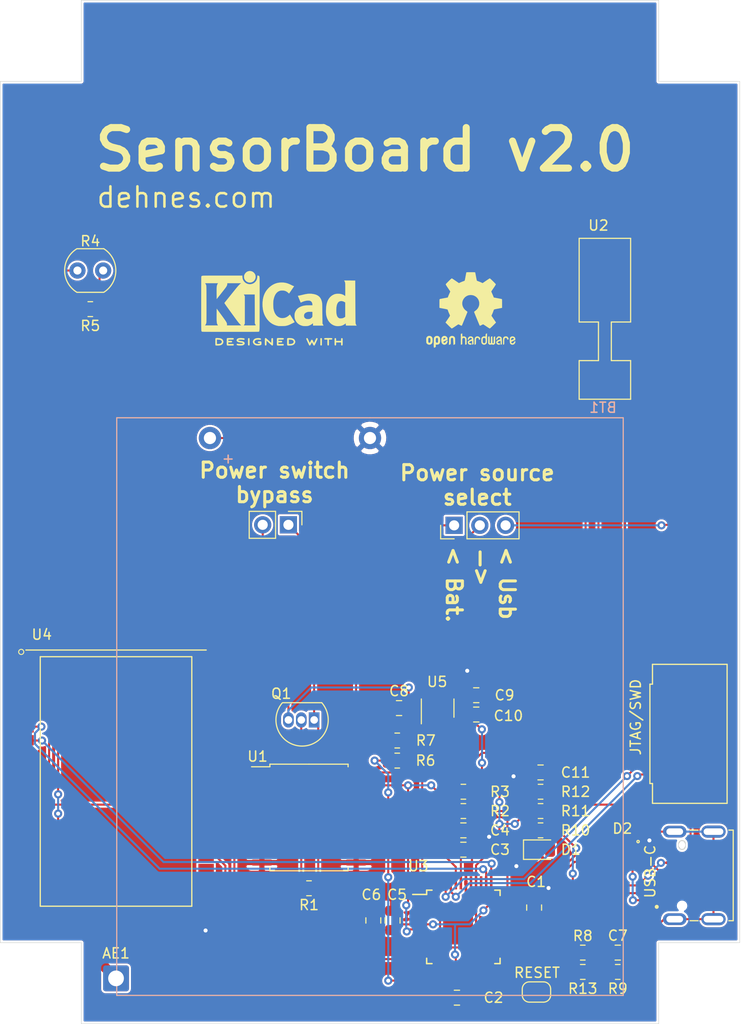
<source format=kicad_pcb>
(kicad_pcb (version 20171130) (host pcbnew "(5.1.9-0-10_14)")
  (title_block (title SensorBoard) (date 2021-03-28) (rev 1.0) (company dehnes.com))
  (layers (0 F.Cu signal) (31 B.Cu signal) (34 B.Paste user) (35 F.Paste user) (36 B.SilkS user) (37 F.SilkS user) (38 B.Mask user) (39 F.Mask user) (44 Edge.Cuts user))
  (net 0 "")
  (net 1 "Net-(AE1-Pad1)")
  (net 2 GND)
  (net 3 V_Bat)
  (net 4 VSwitched)
  (net 5 RN2483_RESET)
  (net 6 3V3)
  (net 7 RN2483_UART_TX)
  (net 8 RN2483_UART_RX)
  (net 9 "Net-(Q1-Pad2)")
  (net 10 I2C_SDA)
  (net 11 I2C_SCL)
  (net 12 LIGHT_READ)
  (net 13 V_Bat_READ)
  (net 14 "Net-(U1-Pad1)")
  (net 15 "Net-(U1-Pad4)")
  (net 16 "Net-(U3-Pad1)")
  (net 17 "Net-(U3-Pad2)")
  (net 18 "Net-(U3-Pad10)")
  (net 19 "Net-(U3-Pad11)")
  (net 20 "Net-(U3-Pad14)")
  (net 21 "Net-(U4-Pad14)")
  (net 22 "Net-(U4-Pad13)")
  (net 23 "Net-(U4-Pad10)")
  (net 24 "Net-(U4-Pad9)")
  (net 25 "Net-(U4-Pad5)")
  (net 26 "Net-(U4-Pad4)")
  (net 27 "Net-(U4-Pad2)")
  (net 28 "Net-(U4-Pad46)")
  (net 29 "Net-(U4-Pad45)")
  (net 30 "Net-(U4-Pad44)")
  (net 31 "Net-(U4-Pad43)")
  (net 32 "Net-(U4-Pad40)")
  (net 33 "Net-(U4-Pad39)")
  (net 34 "Net-(U4-Pad38)")
  (net 35 "Net-(U4-Pad37)")
  (net 36 "Net-(U4-Pad36)")
  (net 37 "Net-(U4-Pad35)")
  (net 38 "Net-(U4-Pad31)")
  (net 39 "Net-(U4-Pad30)")
  (net 40 "Net-(U4-Pad25)")
  (net 41 "Net-(C3-Pad1)")
  (net 42 "Net-(C4-Pad1)")
  (net 43 "Net-(C7-Pad1)")
  (net 44 RESET)
  (net 45 "Net-(D1-Pad2)")
  (net 46 VUSB)
  (net 47 "Net-(D2-Pad3)")
  (net 48 "Net-(D2-Pad2)")
  (net 49 V_Source)
  (net 50 "Net-(J3-Pad9)")
  (net 51 "Net-(J3-Pad4)")
  (net 52 "Net-(J3-Pad10)")
  (net 53 "Net-(J3-Pad3)")
  (net 54 "Net-(J4-Pad8)")
  (net 55 "Net-(J4-Pad7)")
  (net 56 "Net-(J4-Pad6)")
  (net 57 SWDCLK)
  (net 58 SWDIO)
  (net 59 "Net-(R10-Pad1)")
  (net 60 "Net-(U3-Pad3)")
  (net 61 "Net-(U3-Pad4)")
  (net 62 "Net-(U3-Pad9)")
  (net 63 "Net-(U3-Pad12)")
  (net 64 "Net-(U3-Pad13)")
  (net 65 "Net-(U3-Pad20)")
  (net 66 "Net-(U3-Pad21)")
  (net 67 "Net-(U3-Pad22)")
  (net 68 "Net-(U3-Pad23)")
  (net 69 "Net-(U3-Pad24)")
  (net 70 "Net-(U3-Pad25)")
  (net 71 "Net-(U3-Pad27)")
  (net 72 "Net-(U3-Pad28)")
  (net 73 "Net-(U3-Pad29)")
  (net 74 "Net-(U3-Pad30)")
  (net 75 "Net-(U3-Pad31)")
  (net 76 "Net-(U3-Pad32)")
  (net 77 "Net-(U3-Pad39)")
  (net 78 "Net-(U3-Pad41)")
  (net 79 "Net-(U3-Pad47)")
  (net 80 "Net-(U3-Pad48)")
  (net 81 "Net-(U5-Pad4)")
  (module RoomSensorV2:Battery_holder_3xAA (layer B.Cu) (at 77.5 64.2 180)
    (fp_text reference BT1 (at -23 3) (layer B.SilkS) (effects (justify mirror)))
    (fp_text value "3xAA 3.3-4.5V")
    (fp_text user + (at 14 -2) (layer B.SilkS) (effects (justify mirror)))
    (pad 2 thru_hole circle (at 0 0 180) (size 2.2 2.2) (drill 1.2) (layers *.Cu *.Mask) (net 2 GND))
    (pad 1 thru_hole circle (at 15.8 0 180) (size 2.2 2.2) (drill 1.2) (layers *.Cu *.Mask) (net 3 V_Bat))
  )
  (module Symbol:KiCad-Logo2_6mm_SilkScreen (layer F.Cu) (at 68.5 50.7)
    (fp_text reference REF** hide)
    (fp_text value KiCad-Logo2_6mm_SilkScreen hide)
  )
  (module Symbol:OSHW-Logo2_9.8x8mm_SilkScreen (layer F.Cu) (at 87.45 51.55)
    (fp_text reference REF** hide)
    (fp_text value OSHW-Logo2_9.8x8mm_SilkScreen hide)
  )
  (module Connector_Wire:SolderWire-0.75sqmm_1x01_D1.25mm_OD2.3mm (layer F.Cu) (at 52.43 117.52)
    (fp_text reference AE1 (at 0 -2.47) (layer F.SilkS))
    (fp_text value Antenna)
    (pad 1 thru_hole roundrect (at 0 0) (size 2.55 2.55) (drill 1.55) (layers *.Cu *.Mask) (roundrect_rratio 0.09803882352941176) (net 1 "Net-(AE1-Pad1)"))
  )
  (module Capacitor_SMD:C_0805_2012Metric (layer F.Cu) (at 93.705 110.535 270)
    (fp_text reference C1 (at -2.54 -1.27) (layer F.SilkS) (effects (justify right)))
    (fp_text value 100n)
    (pad 2 smd roundrect (at 0.95 0 270) (size 1 1.45) (layers F.Cu F.Paste F.Mask) (net 2 GND))
    (pad 1 smd roundrect (at -0.95 0 270) (size 1 1.45) (layers F.Cu F.Paste F.Mask) (net 6 3V3))
  )
  (module Capacitor_SMD:C_0805_2012Metric (layer F.Cu) (at 86.085 119.425)
    (fp_text reference C2 (at 2.54 0) (layer F.SilkS) (effects (justify left)))
    (fp_text value 100n)
    (pad 1 smd roundrect (at -0.95 0) (size 1 1.45) (layers F.Cu F.Paste F.Mask) (net 6 3V3))
    (pad 2 smd roundrect (at 0.95 0) (size 1 1.45) (layers F.Cu F.Paste F.Mask) (net 2 GND))
  )
  (module Capacitor_SMD:C_0805_2012Metric (layer F.Cu) (at 86.72 104.82)
    (fp_text reference C3 (at 2.54 0) (layer F.SilkS) (effects (justify left)))
    (fp_text value 1uF)
    (pad 2 smd roundrect (at 0.95 0) (size 1 1.45) (layers F.Cu F.Paste F.Mask) (net 2 GND))
    (pad 1 smd roundrect (at -0.95 0) (size 1 1.45) (layers F.Cu F.Paste F.Mask) (net 41 "Net-(C3-Pad1)"))
  )
  (module Capacitor_SMD:C_0805_2012Metric (layer F.Cu) (at 86.72 102.915)
    (fp_text reference C4 (at 2.54 0) (layer F.SilkS) (effects (justify left)))
    (fp_text value 100n)
    (pad 1 smd roundrect (at -0.95 0) (size 1 1.45) (layers F.Cu F.Paste F.Mask) (net 42 "Net-(C4-Pad1)"))
    (pad 2 smd roundrect (at 0.95 0) (size 1 1.45) (layers F.Cu F.Paste F.Mask) (net 2 GND))
  )
  (module Capacitor_SMD:C_0805_2012Metric (layer F.Cu) (at 79.735 111.805 90)
    (fp_text reference C5 (at 2.54 -0.635 180) (layer F.SilkS) (effects (justify left)))
    (fp_text value 100n)
    (pad 2 smd roundrect (at 0.95 0 90) (size 1 1.45) (layers F.Cu F.Paste F.Mask) (net 2 GND))
    (pad 1 smd roundrect (at -0.95 0 90) (size 1 1.45) (layers F.Cu F.Paste F.Mask) (net 6 3V3))
  )
  (module Capacitor_SMD:C_0805_2012Metric (layer F.Cu) (at 77.83 111.805 90)
    (fp_text reference C6 (at 2.54 -1.27 180) (layer F.SilkS) (effects (justify left)))
    (fp_text value 4u7)
    (pad 1 smd roundrect (at -0.95 0 90) (size 1 1.45) (layers F.Cu F.Paste F.Mask) (net 6 3V3))
    (pad 2 smd roundrect (at 0.95 0 90) (size 1 1.45) (layers F.Cu F.Paste F.Mask) (net 2 GND))
  )
  (module Capacitor_SMD:C_0805_2012Metric (layer F.Cu) (at 101.96 114.98)
    (fp_text reference C7 (at 0 -1.68) (layer F.SilkS))
    (fp_text value 4n7)
    (pad 2 smd roundrect (at 0.95 0) (size 1 1.45) (layers F.Cu F.Paste F.Mask) (net 2 GND))
    (pad 1 smd roundrect (at -0.95 0) (size 1 1.45) (layers F.Cu F.Paste F.Mask) (net 43 "Net-(C7-Pad1)"))
  )
  (module Capacitor_SMD:C_0805_2012Metric (layer F.Cu) (at 80.37 90.85)
    (fp_text reference C8 (at 0 -1.68) (layer F.SilkS))
    (fp_text value 10uF)
    (pad 1 smd roundrect (at -0.95 0) (size 1 1.45) (layers F.Cu F.Paste F.Mask) (net 2 GND))
    (pad 2 smd roundrect (at 0.95 0) (size 1 1.45) (layers F.Cu F.Paste F.Mask) (net 4 VSwitched))
  )
  (module Capacitor_SMD:C_0805_2012Metric (layer F.Cu) (at 87.99 89.58)
    (fp_text reference C9 (at 2.794 0) (layer F.SilkS))
    (fp_text value 10uF)
    (pad 2 smd roundrect (at 0.95 0) (size 1 1.45) (layers F.Cu F.Paste F.Mask) (net 6 3V3))
    (pad 1 smd roundrect (at -0.95 0) (size 1 1.45) (layers F.Cu F.Paste F.Mask) (net 2 GND))
  )
  (module Capacitor_SMD:C_0805_2012Metric (layer F.Cu) (at 87.99 91.485 180)
    (fp_text reference C10 (at -3.175 -0.127) (layer F.SilkS))
    (fp_text value 1uF)
    (pad 1 smd roundrect (at -0.95 0 180) (size 1 1.45) (layers F.Cu F.Paste F.Mask) (net 2 GND))
    (pad 2 smd roundrect (at 0.95 0 180) (size 1 1.45) (layers F.Cu F.Paste F.Mask) (net 6 3V3))
  )
  (module Capacitor_SMD:C_0805_2012Metric (layer F.Cu) (at 94.34 97.2 180)
    (fp_text reference C11 (at -1.905 0) (layer F.SilkS) (effects (justify left)))
    (fp_text value 100n)
    (pad 2 smd roundrect (at 0.95 0 180) (size 1 1.45) (layers F.Cu F.Paste F.Mask) (net 2 GND))
    (pad 1 smd roundrect (at -0.95 0 180) (size 1 1.45) (layers F.Cu F.Paste F.Mask) (net 44 RESET))
  )
  (module LED_SMD:LED_0805_2012Metric (layer F.Cu) (at 94.34 104.82)
    (fp_text reference D1 (at 1.905 0) (layer F.SilkS) (effects (justify left)))
    (fp_text value "LED BLUE APTD2012LQBC/D")
    (pad 2 smd roundrect (at 0.9375 0) (size 0.975 1.4) (layers F.Cu F.Paste F.Mask) (net 45 "Net-(D1-Pad2)"))
    (pad 1 smd roundrect (at -0.9375 0) (size 0.975 1.4) (layers F.Cu F.Paste F.Mask) (net 2 GND))
  )
  (module RoomSensorV2:SOT143B (layer F.Cu) (at 102.468 105.0232 180)
    (fp_text reference D2 (at 0.0508 2.286) (layer F.SilkS))
    (fp_text value PRTR5V0U2X,215)
    (pad 4 smd rect (at -0.95 -1 180) (size 0.6 0.7) (layers F.Cu F.Paste F.Mask) (net 46 VUSB))
    (pad 3 smd rect (at 0.95 -1 180) (size 0.6 0.7) (layers F.Cu F.Paste F.Mask) (net 47 "Net-(D2-Pad3)"))
    (pad 2 smd rect (at 0.95 1 180) (size 0.6 0.7) (layers F.Cu F.Paste F.Mask) (net 48 "Net-(D2-Pad2)"))
    (pad 1 smd rect (at -0.75 1 180) (size 1 0.7) (layers F.Cu F.Paste F.Mask) (net 43 "Net-(C7-Pad1)"))
  )
  (module Connector_PinHeader_2.54mm:PinHeader_1x03_P2.54mm_Vertical (layer F.Cu) (at 85.8056 72.816 90)
    (fp_text reference J1 hide)
    (fp_text value Conn_01x03)
    (pad 1 thru_hole rect (at 0 0 90) (size 1.7 1.7) (drill 1) (layers *.Cu *.Mask) (net 3 V_Bat))
    (pad 2 thru_hole oval (at 0 2.54 90) (size 1.7 1.7) (drill 1) (layers *.Cu *.Mask) (net 49 V_Source))
    (pad 3 thru_hole oval (at 0 5.08 90) (size 1.7 1.7) (drill 1) (layers *.Cu *.Mask) (net 46 VUSB))
  )
  (module Connector_PinHeader_2.54mm:PinHeader_1x02_P2.54mm_Vertical (layer F.Cu) (at 69.448 72.7652 270)
    (fp_text reference J2 hide)
    (fp_text value Conn_01x02)
    (pad 1 thru_hole rect (at 0 0 270) (size 1.7 1.7) (drill 1) (layers *.Cu *.Mask) (net 49 V_Source))
    (pad 2 thru_hole oval (at 0 2.54 270) (size 1.7 1.7) (drill 1) (layers *.Cu *.Mask) (net 4 VSwitched))
  )
  (module RoomSensorV2:JAE_DX07S016JA1R1500 (layer F.Cu) (at 108.31 107.36 90)
    (fp_text reference USB-C (at 0.381 -3.1496 90) (layer F.SilkS))
    (fp_text value DX07S016JA1R1500)
    (fp_line (start 3.125 0.315) (end 2.875 0.315) (layer Edge.Cuts) (width 0.1))
    (fp_line (start 2.875 -0.315) (end 3.125 -0.315) (layer Edge.Cuts) (width 0.1))
    (fp_arc (start 2.875 0) (end 2.875 -0.315) (angle -90) (layer Edge.Cuts) (width 0.1))
    (fp_arc (start 2.875 0) (end 2.56 0) (angle -90) (layer Edge.Cuts) (width 0.1))
    (fp_arc (start 3.125 0) (end 3.125 0.315) (angle -90) (layer Edge.Cuts) (width 0.1))
    (fp_arc (start 3.125 0) (end 3.44 0) (angle -90) (layer Edge.Cuts) (width 0.1))
    (pad S6 thru_hole oval (at 4.32 3.1 90) (size 1.2 2.4) (drill oval 0.65 1.95) (layers *.Cu *.Mask) (net 43 "Net-(C7-Pad1)"))
    (pad S5 thru_hole oval (at -4.32 3.1 90) (size 1.2 2.4) (drill oval 0.65 1.95) (layers *.Cu *.Mask) (net 43 "Net-(C7-Pad1)"))
    (pad S4 thru_hole oval (at 4.32 -0.725 90) (size 1.158 2.316) (drill oval 0.65 1.65) (layers *.Cu *.Mask) (net 43 "Net-(C7-Pad1)"))
    (pad S3 thru_hole oval (at -4.32 -0.725 90) (size 1.158 2.316) (drill oval 0.65 1.65) (layers *.Cu *.Mask) (net 43 "Net-(C7-Pad1)"))
    (pad None np_thru_hole circle (at -3 0 90) (size 0.63 0.63) (drill 0.63) (layers *.Cu *.Mask))
    (pad S2 smd rect (at 1.4 3.1 90) (size 1 2) (layers F.Cu F.Paste F.Mask) (net 43 "Net-(C7-Pad1)"))
    (pad S1 smd rect (at -1.4 3.1 90) (size 1 2) (layers F.Cu F.Paste F.Mask) (net 43 "Net-(C7-Pad1)"))
    (pad None np_thru_hole circle (at 3 0 90) (size 0.63 0.63) (drill 0.63) (layers *.Cu *.Mask))
    (pad None np_thru_hole circle (at 3 0 90) (size 0.6 0.6) (drill 0.6) (layers *.Cu *.Mask))
    (pad 9 smd rect (at 1.25 -1.1 90) (size 0.27 1) (layers F.Cu F.Paste F.Mask) (net 50 "Net-(J3-Pad9)"))
    (pad 8 smd rect (at 0.75 -1.1 90) (size 0.27 1) (layers F.Cu F.Paste F.Mask) (net 47 "Net-(D2-Pad3)"))
    (pad 7 smd rect (at 0.25 -1.1 90) (size 0.27 1) (layers F.Cu F.Paste F.Mask) (net 48 "Net-(D2-Pad2)"))
    (pad 6 smd rect (at -0.25 -1.1 90) (size 0.27 1) (layers F.Cu F.Paste F.Mask) (net 48 "Net-(D2-Pad2)"))
    (pad 5 smd rect (at -0.75 -1.1 90) (size 0.27 1) (layers F.Cu F.Paste F.Mask) (net 47 "Net-(D2-Pad3)"))
    (pad 4 smd rect (at -1.25 -1.1 90) (size 0.27 1) (layers F.Cu F.Paste F.Mask) (net 51 "Net-(J3-Pad4)"))
    (pad 10 smd rect (at 1.75 -1.1 90) (size 0.27 1) (layers F.Cu F.Paste F.Mask) (net 52 "Net-(J3-Pad10)"))
    (pad 3 smd rect (at -1.75 -1.1 90) (size 0.27 1) (layers F.Cu F.Paste F.Mask) (net 53 "Net-(J3-Pad3)"))
    (pad 11 smd rect (at 2.35 -1.1 90) (size 0.52 1) (layers F.Cu F.Paste F.Mask) (net 46 VUSB))
    (pad 2 smd rect (at -2.35 -1.1 90) (size 0.52 1) (layers F.Cu F.Paste F.Mask) (net 46 VUSB))
    (pad 12 smd rect (at 3.1 -1.1 90) (size 0.52 1) (layers F.Cu F.Paste F.Mask) (net 2 GND))
    (pad 1 smd rect (at -3.1 -1.1 90) (size 0.52 1) (layers F.Cu F.Paste F.Mask) (net 2 GND))
  )
  (module RoomSensorV2:SHF-105-01-X-D-SM (layer F.Cu) (at 108.945 93.39 90)
    (fp_text reference JTAG/SWD (at 1.65233 -5.21118 90) (layer F.SilkS))
    (fp_text value SHF-105-01-F-D-SM)
    (pad 10 smd rect (at 2.54 -2.032 90) (size 0.7366 2.794) (layers F.Cu F.Paste F.Mask) (net 44 RESET))
    (pad 9 smd rect (at 2.54 2.032 90) (size 0.7366 2.794) (layers F.Cu F.Paste F.Mask) (net 2 GND))
    (pad 8 smd rect (at 1.27 -2.032 90) (size 0.7366 2.794) (layers F.Cu F.Paste F.Mask) (net 54 "Net-(J4-Pad8)"))
    (pad 7 smd rect (at 1.27 2.032 90) (size 0.7366 2.794) (layers F.Cu F.Paste F.Mask) (net 55 "Net-(J4-Pad7)"))
    (pad 6 smd rect (at 0 -2.032 90) (size 0.7366 2.794) (layers F.Cu F.Paste F.Mask) (net 56 "Net-(J4-Pad6)"))
    (pad 5 smd rect (at 0 2.032 90) (size 0.7366 2.794) (layers F.Cu F.Paste F.Mask) (net 2 GND))
    (pad 4 smd rect (at -1.27 -2.032 90) (size 0.7366 2.794) (layers F.Cu F.Paste F.Mask) (net 57 SWDCLK))
    (pad 3 smd rect (at -1.27 2.032 90) (size 0.7366 2.794) (layers F.Cu F.Paste F.Mask) (net 2 GND))
    (pad 2 smd rect (at -2.54 -2.032 90) (size 0.7366 2.794) (layers F.Cu F.Paste F.Mask) (net 58 SWDIO))
    (pad 1 smd rect (at -2.54 2.032 90) (size 0.7366 2.794) (layers F.Cu F.Paste F.Mask) (net 6 3V3))
  )
  (module Package_TO_SOT_THT:TO-92L_Inline (layer F.Cu) (at 71.988 92.0184 180)
    (fp_text reference Q1 (at 3.2512 2.5908) (layer F.SilkS))
    (fp_text value TP0606N3-G)
    (pad 2 thru_hole oval (at 1.27 0 180) (size 1.05 1.5) (drill 0.75) (layers *.Cu *.Mask) (net 9 "Net-(Q1-Pad2)"))
    (pad 3 thru_hole oval (at 2.54 0 180) (size 1.05 1.5) (drill 0.75) (layers *.Cu *.Mask) (net 4 VSwitched))
    (pad 1 thru_hole rect (at 0 0 180) (size 1.05 1.5) (drill 0.75) (layers *.Cu *.Mask) (net 49 V_Source))
  )
  (module Resistor_SMD:R_0805_2012Metric (layer F.Cu) (at 71.48 108.63 180)
    (fp_text reference R1 (at 0 -1.65) (layer F.SilkS))
    (fp_text value 10k)
    (pad 1 smd roundrect (at -0.9125 0 180) (size 1.025 1.4) (layers F.Cu F.Paste F.Mask) (roundrect_rratio 0.2439014634146341) (net 49 V_Source))
    (pad 2 smd roundrect (at 0.9125 0 180) (size 1.025 1.4) (layers F.Cu F.Paste F.Mask) (roundrect_rratio 0.2439014634146341) (net 9 "Net-(Q1-Pad2)"))
  )
  (module Resistor_SMD:R_0805_2012Metric (layer F.Cu) (at 86.72 101.01 180)
    (fp_text reference R2 (at -2.54 0) (layer F.SilkS) (effects (justify left)))
    (fp_text value 4k7)
    (pad 1 smd roundrect (at -0.9125 0 180) (size 1.025 1.4) (layers F.Cu F.Paste F.Mask) (roundrect_rratio 0.2439014634146341) (net 6 3V3))
    (pad 2 smd roundrect (at 0.9125 0 180) (size 1.025 1.4) (layers F.Cu F.Paste F.Mask) (roundrect_rratio 0.2439014634146341) (net 10 I2C_SDA))
  )
  (module Resistor_SMD:R_0805_2012Metric (layer F.Cu) (at 86.72 99.105 180)
    (fp_text reference R3 (at -2.54 0) (layer F.SilkS) (effects (justify left)))
    (fp_text value 4k7)
    (pad 2 smd roundrect (at 0.9125 0 180) (size 1.025 1.4) (layers F.Cu F.Paste F.Mask) (roundrect_rratio 0.2439014634146341) (net 11 I2C_SCL))
    (pad 1 smd roundrect (at -0.9125 0 180) (size 1.025 1.4) (layers F.Cu F.Paste F.Mask) (roundrect_rratio 0.2439014634146341) (net 6 3V3))
  )
  (module OptoDevice:R_LDR_4.9x4.2mm_P2.54mm_Vertical (layer F.Cu) (at 48.62 47.67)
    (fp_text reference R4 (at 1.27 -2.9) (layer F.SilkS))
    (fp_text value R_PHOTO)
    (pad 1 thru_hole circle (at 0 0) (size 1.6 1.6) (drill 0.8) (layers *.Cu *.Mask) (net 6 3V3))
    (pad 2 thru_hole circle (at 2.54 0) (size 1.6 1.6) (drill 0.8) (layers *.Cu *.Mask) (net 12 LIGHT_READ))
  )
  (module Resistor_SMD:R_0805_2012Metric (layer F.Cu) (at 49.89 51.48 180)
    (fp_text reference R5 (at 0 -1.65) (layer F.SilkS))
    (fp_text value "10k / 100k")
    (pad 1 smd roundrect (at -0.9125 0 180) (size 1.025 1.4) (layers F.Cu F.Paste F.Mask) (roundrect_rratio 0.2439014634146341) (net 12 LIGHT_READ))
    (pad 2 smd roundrect (at 0.9125 0 180) (size 1.025 1.4) (layers F.Cu F.Paste F.Mask) (roundrect_rratio 0.2439014634146341) (net 2 GND))
  )
  (module Resistor_SMD:R_0805_2012Metric (layer F.Cu) (at 80.1922 96.0316 180)
    (fp_text reference R6 (at -2.794 0) (layer F.SilkS))
    (fp_text value 10k)
    (pad 2 smd roundrect (at 0.9125 0 180) (size 1.025 1.4) (layers F.Cu F.Paste F.Mask) (roundrect_rratio 0.2439014634146341) (net 13 V_Bat_READ))
    (pad 1 smd roundrect (at -0.9125 0 180) (size 1.025 1.4) (layers F.Cu F.Paste F.Mask) (roundrect_rratio 0.2439014634146341) (net 4 VSwitched))
  )
  (module Resistor_SMD:R_0805_2012Metric (layer F.Cu) (at 80.1922 94.0504)
    (fp_text reference R7 (at 2.8175 0) (layer F.SilkS))
    (fp_text value 10k)
    (pad 1 smd roundrect (at -0.9125 0) (size 1.025 1.4) (layers F.Cu F.Paste F.Mask) (roundrect_rratio 0.2439014634146341) (net 13 V_Bat_READ))
    (pad 2 smd roundrect (at 0.9125 0) (size 1.025 1.4) (layers F.Cu F.Paste F.Mask) (roundrect_rratio 0.2439014634146341) (net 2 GND))
  )
  (module Resistor_SMD:R_0805_2012Metric (layer F.Cu) (at 98.5075 114.98)
    (fp_text reference R8 (at 0 -1.65) (layer F.SilkS))
    (fp_text value 5k1)
    (pad 1 smd roundrect (at -0.9125 0) (size 1.025 1.4) (layers F.Cu F.Paste F.Mask) (roundrect_rratio 0.2439014634146341) (net 50 "Net-(J3-Pad9)"))
    (pad 2 smd roundrect (at 0.9125 0) (size 1.025 1.4) (layers F.Cu F.Paste F.Mask) (roundrect_rratio 0.2439014634146341) (net 2 GND))
  )
  (module Resistor_SMD:R_0805_2012Metric (layer F.Cu) (at 101.96 116.885 180)
    (fp_text reference R9 (at 0 -1.65) (layer F.SilkS))
    (fp_text value 1M)
    (pad 2 smd roundrect (at 0.9125 0 180) (size 1.025 1.4) (layers F.Cu F.Paste F.Mask) (roundrect_rratio 0.2439014634146341) (net 2 GND))
    (pad 1 smd roundrect (at -0.9125 0 180) (size 1.025 1.4) (layers F.Cu F.Paste F.Mask) (roundrect_rratio 0.2439014634146341) (net 43 "Net-(C7-Pad1)"))
  )
  (module Resistor_SMD:R_0805_2012Metric (layer F.Cu) (at 94.34 102.915 180)
    (fp_text reference R10 (at -1.905 0) (layer F.SilkS) (effects (justify left)))
    (fp_text value 300R)
    (pad 1 smd roundrect (at -0.9125 0 180) (size 1.025 1.4) (layers F.Cu F.Paste F.Mask) (roundrect_rratio 0.2439014634146341) (net 59 "Net-(R10-Pad1)"))
    (pad 2 smd roundrect (at 0.9125 0 180) (size 1.025 1.4) (layers F.Cu F.Paste F.Mask) (roundrect_rratio 0.2439014634146341) (net 45 "Net-(D1-Pad2)"))
  )
  (module Resistor_SMD:R_0805_2012Metric (layer F.Cu) (at 94.34 101.01 180)
    (fp_text reference R11 (at -1.905 0) (layer F.SilkS) (effects (justify left)))
    (fp_text value 100k)
    (pad 1 smd roundrect (at -0.9125 0 180) (size 1.025 1.4) (layers F.Cu F.Paste F.Mask) (roundrect_rratio 0.2439014634146341) (net 6 3V3))
    (pad 2 smd roundrect (at 0.9125 0 180) (size 1.025 1.4) (layers F.Cu F.Paste F.Mask) (roundrect_rratio 0.2439014634146341) (net 44 RESET))
  )
  (module Resistor_SMD:R_0805_2012Metric (layer F.Cu) (at 94.34 99.105)
    (fp_text reference R12 (at 1.905 0) (layer F.SilkS) (effects (justify left)))
    (fp_text value 1k)
    (pad 2 smd roundrect (at 0.9125 0) (size 1.025 1.4) (layers F.Cu F.Paste F.Mask) (roundrect_rratio 0.2439014634146341) (net 57 SWDCLK))
    (pad 1 smd roundrect (at -0.9125 0) (size 1.025 1.4) (layers F.Cu F.Paste F.Mask) (roundrect_rratio 0.2439014634146341) (net 6 3V3))
  )
  (module Resistor_SMD:R_0805_2012Metric (layer F.Cu) (at 98.5075 116.885 180)
    (fp_text reference R13 (at 0 -1.65) (layer F.SilkS))
    (fp_text value 5k1)
    (pad 2 smd roundrect (at 0.9125 0 180) (size 1.025 1.4) (layers F.Cu F.Paste F.Mask) (roundrect_rratio 0.2439014634146341) (net 53 "Net-(J3-Pad3)"))
    (pad 1 smd roundrect (at -0.9125 0 180) (size 1.025 1.4) (layers F.Cu F.Paste F.Mask) (roundrect_rratio 0.2439014634146341) (net 2 GND))
  )
  (module Jumper:SolderJumper-2_P1.3mm_Open_RoundedPad1.0x1.5mm (layer F.Cu) (at 93.9336 118.8662)
    (fp_text reference RESET (at 0.0508 -1.905) (layer F.SilkS))
    (fp_text value TestPoint_2Pole)
    (pad 1 smd custom (at -0.65 0) (size 1 0.5) (layers F.Cu F.Mask) (net 44 RESET) (options (clearance outline) (anchor rect)) (primitives (gr_circle (center 0 0.25) (end 0.5 0.25) (width 0)) (gr_circle (center 0 -0.25) (end 0.5 -0.25) (width 0)) (gr_poly (pts (xy 0 -0.75) (xy 0.5 -0.75) (xy 0.5 0.75) (xy 0 0.75)) (width 0))))
    (pad 2 smd custom (at 0.65 0) (size 1 0.5) (layers F.Cu F.Mask) (net 2 GND) (options (clearance outline) (anchor rect)) (primitives (gr_circle (center 0 0.25) (end 0.5 0.25) (width 0)) (gr_circle (center 0 -0.25) (end 0.5 -0.25) (width 0)) (gr_poly (pts (xy 0 -0.75) (xy -0.5 -0.75) (xy -0.5 0.75) (xy 0 0.75)) (width 0))))
  )
  (module Package_SO:SOIC-16W_7.5x10.3mm_P1.27mm (layer F.Cu) (at 71.48 101.645)
    (fp_text reference U1 (at -5.08 -6.0198) (layer F.SilkS))
    (fp_text value DS3231SN#)
    (pad 1 smd roundrect (at -4.65 -4.445) (size 2.05 0.6) (layers F.Cu F.Paste F.Mask) (net 14 "Net-(U1-Pad1)"))
    (pad 2 smd roundrect (at -4.65 -3.175) (size 2.05 0.6) (layers F.Cu F.Paste F.Mask) (net 6 3V3))
    (pad 3 smd roundrect (at -4.65 -1.905) (size 2.05 0.6) (layers F.Cu F.Paste F.Mask) (net 9 "Net-(Q1-Pad2)"))
    (pad 4 smd roundrect (at -4.65 -0.635) (size 2.05 0.6) (layers F.Cu F.Paste F.Mask) (net 15 "Net-(U1-Pad4)"))
    (pad 5 smd roundrect (at -4.65 0.635) (size 2.05 0.6) (layers F.Cu F.Paste F.Mask) (net 2 GND))
    (pad 6 smd roundrect (at -4.65 1.905) (size 2.05 0.6) (layers F.Cu F.Paste F.Mask) (net 2 GND))
    (pad 7 smd roundrect (at -4.65 3.175) (size 2.05 0.6) (layers F.Cu F.Paste F.Mask) (net 2 GND))
    (pad 8 smd roundrect (at -4.65 4.445) (size 2.05 0.6) (layers F.Cu F.Paste F.Mask) (net 2 GND))
    (pad 9 smd roundrect (at 4.65 4.445) (size 2.05 0.6) (layers F.Cu F.Paste F.Mask) (net 2 GND))
    (pad 10 smd roundrect (at 4.65 3.175) (size 2.05 0.6) (layers F.Cu F.Paste F.Mask) (net 2 GND))
    (pad 11 smd roundrect (at 4.65 1.905) (size 2.05 0.6) (layers F.Cu F.Paste F.Mask) (net 2 GND))
    (pad 12 smd roundrect (at 4.65 0.635) (size 2.05 0.6) (layers F.Cu F.Paste F.Mask) (net 2 GND))
    (pad 13 smd roundrect (at 4.65 -0.635) (size 2.05 0.6) (layers F.Cu F.Paste F.Mask) (net 2 GND))
    (pad 14 smd roundrect (at 4.65 -1.905) (size 2.05 0.6) (layers F.Cu F.Paste F.Mask) (net 49 V_Source))
    (pad 15 smd roundrect (at 4.65 -3.175) (size 2.05 0.6) (layers F.Cu F.Paste F.Mask) (net 10 I2C_SDA))
    (pad 16 smd roundrect (at 4.65 -4.445) (size 2.05 0.6) (layers F.Cu F.Paste F.Mask) (net 11 I2C_SCL))
  )
  (module RoomSensorV2:ChipCap2SIP (layer F.Cu) (at 100.69 61.64)
    (fp_text reference U2 (at -0.635 -18.415) (layer F.SilkS))
    (fp_text value ChipCap2-SIP)
    (pad 1 smd rect (at -1.905 2.54) (size 0.6 5) (layers F.Cu F.Paste F.Mask) (net 11 I2C_SCL))
    (pad 2 smd rect (at -0.635 2.54) (size 0.6 5) (layers F.Cu F.Paste F.Mask) (net 6 3V3))
    (pad 3 smd rect (at 0.635 2.54) (size 0.6 5) (layers F.Cu F.Paste F.Mask) (net 2 GND))
    (pad 4 smd rect (at 1.905 2.54) (size 0.6 5) (layers F.Cu F.Paste F.Mask) (net 10 I2C_SDA))
  )
  (module Package_QFP:TQFP-48_7x7mm_P0.5mm (layer F.Cu) (at 86.72 112.44)
    (fp_text reference U3 (at -4.445 -6) (layer F.SilkS))
    (fp_text value ATSAMD21G18A-A)
    (pad 1 smd rect (at -4.35 -2.75) (size 1.3 0.25) (layers F.Cu F.Paste F.Mask) (net 16 "Net-(U3-Pad1)"))
    (pad 2 smd rect (at -4.35 -2.25) (size 1.3 0.25) (layers F.Cu F.Paste F.Mask) (net 17 "Net-(U3-Pad2)"))
    (pad 3 smd rect (at -4.35 -1.75) (size 1.3 0.25) (layers F.Cu F.Paste F.Mask) (net 60 "Net-(U3-Pad3)"))
    (pad 4 smd rect (at -4.35 -1.25) (size 1.3 0.25) (layers F.Cu F.Paste F.Mask) (net 61 "Net-(U3-Pad4)"))
    (pad 5 smd rect (at -4.35 -0.75) (size 1.3 0.25) (layers F.Cu F.Paste F.Mask) (net 2 GND))
    (pad 6 smd rect (at -4.35 -0.25) (size 1.3 0.25) (layers F.Cu F.Paste F.Mask) (net 6 3V3))
    (pad 7 smd rect (at -4.35 0.25) (size 1.3 0.25) (layers F.Cu F.Paste F.Mask) (net 10 I2C_SDA))
    (pad 8 smd rect (at -4.35 0.75) (size 1.3 0.25) (layers F.Cu F.Paste F.Mask) (net 11 I2C_SCL))
    (pad 9 smd rect (at -4.35 1.25) (size 1.3 0.25) (layers F.Cu F.Paste F.Mask) (net 62 "Net-(U3-Pad9)"))
    (pad 10 smd rect (at -4.35 1.75) (size 1.3 0.25) (layers F.Cu F.Paste F.Mask) (net 18 "Net-(U3-Pad10)"))
    (pad 11 smd rect (at -4.35 2.25) (size 1.3 0.25) (layers F.Cu F.Paste F.Mask) (net 19 "Net-(U3-Pad11)"))
    (pad 12 smd rect (at -4.35 2.75) (size 1.3 0.25) (layers F.Cu F.Paste F.Mask) (net 63 "Net-(U3-Pad12)"))
    (pad 13 smd rect (at -2.75 4.35 90) (size 1.3 0.25) (layers F.Cu F.Paste F.Mask) (net 64 "Net-(U3-Pad13)"))
    (pad 14 smd rect (at -2.25 4.35 90) (size 1.3 0.25) (layers F.Cu F.Paste F.Mask) (net 20 "Net-(U3-Pad14)"))
    (pad 15 smd rect (at -1.75 4.35 90) (size 1.3 0.25) (layers F.Cu F.Paste F.Mask) (net 13 V_Bat_READ))
    (pad 16 smd rect (at -1.25 4.35 90) (size 1.3 0.25) (layers F.Cu F.Paste F.Mask) (net 12 LIGHT_READ))
    (pad 17 smd rect (at -0.75 4.35 90) (size 1.3 0.25) (layers F.Cu F.Paste F.Mask) (net 6 3V3))
    (pad 18 smd rect (at -0.25 4.35 90) (size 1.3 0.25) (layers F.Cu F.Paste F.Mask) (net 2 GND))
    (pad 19 smd rect (at 0.25 4.35 90) (size 1.3 0.25) (layers F.Cu F.Paste F.Mask) (net 5 RN2483_RESET))
    (pad 20 smd rect (at 0.75 4.35 90) (size 1.3 0.25) (layers F.Cu F.Paste F.Mask) (net 65 "Net-(U3-Pad20)"))
    (pad 21 smd rect (at 1.25 4.35 90) (size 1.3 0.25) (layers F.Cu F.Paste F.Mask) (net 66 "Net-(U3-Pad21)"))
    (pad 22 smd rect (at 1.75 4.35 90) (size 1.3 0.25) (layers F.Cu F.Paste F.Mask) (net 67 "Net-(U3-Pad22)"))
    (pad 23 smd rect (at 2.25 4.35 90) (size 1.3 0.25) (layers F.Cu F.Paste F.Mask) (net 68 "Net-(U3-Pad23)"))
    (pad 24 smd rect (at 2.75 4.35 90) (size 1.3 0.25) (layers F.Cu F.Paste F.Mask) (net 69 "Net-(U3-Pad24)"))
    (pad 25 smd rect (at 4.35 2.75) (size 1.3 0.25) (layers F.Cu F.Paste F.Mask) (net 70 "Net-(U3-Pad25)"))
    (pad 26 smd rect (at 4.35 2.25) (size 1.3 0.25) (layers F.Cu F.Paste F.Mask) (net 59 "Net-(R10-Pad1)"))
    (pad 27 smd rect (at 4.35 1.75) (size 1.3 0.25) (layers F.Cu F.Paste F.Mask) (net 71 "Net-(U3-Pad27)"))
    (pad 28 smd rect (at 4.35 1.25) (size 1.3 0.25) (layers F.Cu F.Paste F.Mask) (net 72 "Net-(U3-Pad28)"))
    (pad 29 smd rect (at 4.35 0.75) (size 1.3 0.25) (layers F.Cu F.Paste F.Mask) (net 73 "Net-(U3-Pad29)"))
    (pad 30 smd rect (at 4.35 0.25) (size 1.3 0.25) (layers F.Cu F.Paste F.Mask) (net 74 "Net-(U3-Pad30)"))
    (pad 31 smd rect (at 4.35 -0.25) (size 1.3 0.25) (layers F.Cu F.Paste F.Mask) (net 75 "Net-(U3-Pad31)"))
    (pad 32 smd rect (at 4.35 -0.75) (size 1.3 0.25) (layers F.Cu F.Paste F.Mask) (net 76 "Net-(U3-Pad32)"))
    (pad 33 smd rect (at 4.35 -1.25) (size 1.3 0.25) (layers F.Cu F.Paste F.Mask) (net 47 "Net-(D2-Pad3)"))
    (pad 34 smd rect (at 4.35 -1.75) (size 1.3 0.25) (layers F.Cu F.Paste F.Mask) (net 48 "Net-(D2-Pad2)"))
    (pad 35 smd rect (at 4.35 -2.25) (size 1.3 0.25) (layers F.Cu F.Paste F.Mask) (net 2 GND))
    (pad 36 smd rect (at 4.35 -2.75) (size 1.3 0.25) (layers F.Cu F.Paste F.Mask) (net 6 3V3))
    (pad 37 smd rect (at 2.75 -4.35 90) (size 1.3 0.25) (layers F.Cu F.Paste F.Mask) (net 8 RN2483_UART_RX))
    (pad 38 smd rect (at 2.25 -4.35 90) (size 1.3 0.25) (layers F.Cu F.Paste F.Mask) (net 7 RN2483_UART_TX))
    (pad 39 smd rect (at 1.75 -4.35 90) (size 1.3 0.25) (layers F.Cu F.Paste F.Mask) (net 77 "Net-(U3-Pad39)"))
    (pad 40 smd rect (at 1.25 -4.35 90) (size 1.3 0.25) (layers F.Cu F.Paste F.Mask) (net 44 RESET))
    (pad 41 smd rect (at 0.75 -4.35 90) (size 1.3 0.25) (layers F.Cu F.Paste F.Mask) (net 78 "Net-(U3-Pad41)"))
    (pad 42 smd rect (at 0.25 -4.35 90) (size 1.3 0.25) (layers F.Cu F.Paste F.Mask) (net 2 GND))
    (pad 43 smd rect (at -0.25 -4.35 90) (size 1.3 0.25) (layers F.Cu F.Paste F.Mask) (net 41 "Net-(C3-Pad1)"))
    (pad 44 smd rect (at -0.75 -4.35 90) (size 1.3 0.25) (layers F.Cu F.Paste F.Mask) (net 42 "Net-(C4-Pad1)"))
    (pad 45 smd rect (at -1.25 -4.35 90) (size 1.3 0.25) (layers F.Cu F.Paste F.Mask) (net 57 SWDCLK))
    (pad 46 smd rect (at -1.75 -4.35 90) (size 1.3 0.25) (layers F.Cu F.Paste F.Mask) (net 58 SWDIO))
    (pad 47 smd rect (at -2.25 -4.35 90) (size 1.3 0.25) (layers F.Cu F.Paste F.Mask) (net 79 "Net-(U3-Pad47)"))
    (pad 48 smd rect (at -2.75 -4.35 90) (size 1.3 0.25) (layers F.Cu F.Paste F.Mask) (net 80 "Net-(U3-Pad48)"))
  )
  (module RoomSensorV2:RM095 (layer F.Cu) (at 52.43 98.47)
    (fp_text reference U4 (at -7.32885 -14.87273) (layer F.SilkS))
    (fp_text value RN2483-I_RM095)
    (pad 21 smd rect (at -3.81 13.335) (size 1.016 1.524) (layers F.Cu F.Paste F.Mask) (net 2 GND))
    (pad 22 smd rect (at -2.54 13.335) (size 1.016 1.524) (layers F.Cu F.Paste F.Mask) (net 2 GND))
    (pad 23 smd rect (at -1.27 13.335) (size 1.016 1.524) (layers F.Cu F.Paste F.Mask) (net 1 "Net-(AE1-Pad1)"))
    (pad 24 smd rect (at 0 13.335) (size 1.016 1.524) (layers F.Cu F.Paste F.Mask) (net 2 GND))
    (pad 25 smd rect (at 1.27 13.335) (size 1.016 1.524) (layers F.Cu F.Paste F.Mask) (net 40 "Net-(U4-Pad25)"))
    (pad 26 smd rect (at 2.54 13.335) (size 1.016 1.524) (layers F.Cu F.Paste F.Mask) (net 2 GND))
    (pad 27 smd rect (at 3.81 13.335) (size 1.016 1.524) (layers F.Cu F.Paste F.Mask) (net 2 GND))
    (pad 28 smd rect (at 8.89 12.065) (size 1.524 1.016) (layers F.Cu F.Paste F.Mask) (net 2 GND))
    (pad 29 smd rect (at 8.89 10.795) (size 1.524 1.016) (layers F.Cu F.Paste F.Mask))
    (pad 30 smd rect (at 8.89 9.525) (size 1.524 1.016) (layers F.Cu F.Paste F.Mask) (net 39 "Net-(U4-Pad30)"))
    (pad 31 smd rect (at 8.89 8.255) (size 1.524 1.016) (layers F.Cu F.Paste F.Mask) (net 38 "Net-(U4-Pad31)"))
    (pad 32 smd rect (at 8.89 6.985) (size 1.524 1.016) (layers F.Cu F.Paste F.Mask) (net 5 RN2483_RESET))
    (pad 33 smd rect (at 8.89 5.715) (size 1.524 1.016) (layers F.Cu F.Paste F.Mask) (net 2 GND))
    (pad 34 smd rect (at 8.89 4.445) (size 1.524 1.016) (layers F.Cu F.Paste F.Mask) (net 6 3V3))
    (pad 35 smd rect (at 8.89 3.175) (size 1.524 1.016) (layers F.Cu F.Paste F.Mask) (net 37 "Net-(U4-Pad35)"))
    (pad 36 smd rect (at 8.89 1.905) (size 1.524 1.016) (layers F.Cu F.Paste F.Mask) (net 36 "Net-(U4-Pad36)"))
    (pad 37 smd rect (at 8.89 0.635) (size 1.524 1.016) (layers F.Cu F.Paste F.Mask) (net 35 "Net-(U4-Pad37)"))
    (pad 38 smd rect (at 8.89 -0.635) (size 1.524 1.016) (layers F.Cu F.Paste F.Mask) (net 34 "Net-(U4-Pad38)"))
    (pad 39 smd rect (at 8.89 -1.905) (size 1.524 1.016) (layers F.Cu F.Paste F.Mask) (net 33 "Net-(U4-Pad39)"))
    (pad 40 smd rect (at 8.89 -3.175) (size 1.524 1.016) (layers F.Cu F.Paste F.Mask) (net 32 "Net-(U4-Pad40)"))
    (pad 41 smd rect (at 8.89 -4.445) (size 1.524 1.016) (layers F.Cu F.Paste F.Mask) (net 2 GND))
    (pad 42 smd rect (at 8.89 -5.715) (size 1.524 1.016) (layers F.Cu F.Paste F.Mask))
    (pad 43 smd rect (at 8.89 -6.985) (size 1.524 1.016) (layers F.Cu F.Paste F.Mask) (net 31 "Net-(U4-Pad43)"))
    (pad 44 smd rect (at 8.89 -8.255) (size 1.524 1.016) (layers F.Cu F.Paste F.Mask) (net 30 "Net-(U4-Pad44)"))
    (pad 45 smd rect (at 8.89 -9.525) (size 1.524 1.016) (layers F.Cu F.Paste F.Mask) (net 29 "Net-(U4-Pad45)"))
    (pad 46 smd rect (at 8.89 -10.795) (size 1.524 1.016) (layers F.Cu F.Paste F.Mask) (net 28 "Net-(U4-Pad46)"))
    (pad 47 smd rect (at 8.89 -12.065) (size 1.524 1.016) (layers F.Cu F.Paste F.Mask) (net 2 GND))
    (pad 1 smd rect (at -8.89 -12.065) (size 1.524 1.016) (layers F.Cu F.Paste F.Mask) (net 2 GND))
    (pad 2 smd rect (at -8.89 -10.795) (size 1.524 1.016) (layers F.Cu F.Paste F.Mask) (net 27 "Net-(U4-Pad2)"))
    (pad 3 smd rect (at -8.89 -9.525) (size 1.524 1.016) (layers F.Cu F.Paste F.Mask) (net 2 GND))
    (pad 4 smd rect (at -8.89 -8.255) (size 1.524 1.016) (layers F.Cu F.Paste F.Mask) (net 26 "Net-(U4-Pad4)"))
    (pad 5 smd rect (at -8.89 -6.985) (size 1.524 1.016) (layers F.Cu F.Paste F.Mask) (net 25 "Net-(U4-Pad5)"))
    (pad 6 smd rect (at -8.89 -5.715) (size 1.524 1.016) (layers F.Cu F.Paste F.Mask) (net 7 RN2483_UART_TX))
    (pad 7 smd rect (at -8.89 -4.445) (size 1.524 1.016) (layers F.Cu F.Paste F.Mask) (net 8 RN2483_UART_RX))
    (pad 8 smd rect (at -8.89 -3.175) (size 1.524 1.016) (layers F.Cu F.Paste F.Mask) (net 2 GND))
    (pad 9 smd rect (at -8.89 -1.905) (size 1.524 1.016) (layers F.Cu F.Paste F.Mask) (net 24 "Net-(U4-Pad9)"))
    (pad 10 smd rect (at -8.89 -0.635) (size 1.524 1.016) (layers F.Cu F.Paste F.Mask) (net 23 "Net-(U4-Pad10)"))
    (pad 11 smd rect (at -8.89 0.635) (size 1.524 1.016) (layers F.Cu F.Paste F.Mask) (net 2 GND))
    (pad 12 smd rect (at -8.89 1.905) (size 1.524 1.016) (layers F.Cu F.Paste F.Mask) (net 6 3V3))
    (pad 13 smd rect (at -8.89 3.175) (size 1.524 1.016) (layers F.Cu F.Paste F.Mask) (net 22 "Net-(U4-Pad13)"))
    (pad 14 smd rect (at -8.89 4.445) (size 1.524 1.016) (layers F.Cu F.Paste F.Mask) (net 21 "Net-(U4-Pad14)"))
    (pad 15 smd rect (at -8.89 5.715) (size 1.524 1.016) (layers F.Cu F.Paste F.Mask))
    (pad 16 smd rect (at -8.89 6.985) (size 1.524 1.016) (layers F.Cu F.Paste F.Mask))
    (pad 17 smd rect (at -8.89 8.255) (size 1.524 1.016) (layers F.Cu F.Paste F.Mask))
    (pad 18 smd rect (at -8.89 9.525) (size 1.524 1.016) (layers F.Cu F.Paste F.Mask))
    (pad 19 smd rect (at -8.89 10.795) (size 1.524 1.016) (layers F.Cu F.Paste F.Mask))
    (pad 20 smd rect (at -8.89 12.065) (size 1.524 1.016) (layers F.Cu F.Paste F.Mask) (net 2 GND))
  )
  (module Package_TO_SOT_SMD:SOT-23-5 (layer F.Cu) (at 84.18 90.85 90)
    (fp_text reference U5 (at 2.5908 -0.0508 180) (layer F.SilkS))
    (fp_text value TC1186)
    (pad 1 smd rect (at -1.1 -0.95 90) (size 1.06 0.65) (layers F.Cu F.Paste F.Mask) (net 4 VSwitched))
    (pad 2 smd rect (at -1.1 0 90) (size 1.06 0.65) (layers F.Cu F.Paste F.Mask) (net 2 GND))
    (pad 3 smd rect (at -1.1 0.95 90) (size 1.06 0.65) (layers F.Cu F.Paste F.Mask) (net 4 VSwitched))
    (pad 4 smd rect (at 1.1 0.95 90) (size 1.06 0.65) (layers F.Cu F.Paste F.Mask) (net 81 "Net-(U5-Pad4)"))
    (pad 5 smd rect (at 1.1 -0.95 90) (size 1.06 0.65) (layers F.Cu F.Paste F.Mask) (net 6 3V3))
  )
  (gr_text "Power switch\nbypass" (at 68.0764 68.5996) (layer F.SilkS) (effects (font (size 1.5 1.5) (thickness 0.3))))
  (gr_text —> (at 88.5488 75.0258 -90) (layer F.SilkS) (effects (font (size 1.5 1.5) (thickness 0.3)) (justify left)))
  (gr_text "< Usb" (at 91.038 74.7464 -90) (layer F.SilkS) (effects (font (size 1.5 1.5) (thickness 0.3)) (justify left)))
  (gr_text "Power source\nselect" (at 88.0916 68.8536) (layer F.SilkS) (effects (font (size 1.5 1.5) (thickness 0.3))))
  (gr_text "< Bat." (at 85.8056 74.7464 -90) (layer F.SilkS) (effects (font (size 1.5 1.5) (thickness 0.3)) (justify left)))
  (gr_text dehnes.com (at 59.35 40.45) (layer F.SilkS) (effects (font (size 2 2) (thickness 0.25))))
  (gr_text "SensorBoard v2.0" (at 77 35.75) (layer F.SilkS) (effects (font (size 4 4) (thickness 0.7))))
  (gr_line (start 49 29) (end 49 21) (layer Edge.Cuts) (width 0.05))
  (gr_line (start 41 29) (end 49 29) (layer Edge.Cuts) (width 0.05))
  (gr_line (start 41 114) (end 41 29) (layer Edge.Cuts) (width 0.05))
  (gr_line (start 49 114) (end 41 114) (layer Edge.Cuts) (width 0.05))
  (gr_line (start 49 122) (end 49 114) (layer Edge.Cuts) (width 0.05))
  (gr_line (start 106 122) (end 49 122) (layer Edge.Cuts) (width 0.05))
  (gr_line (start 106 114) (end 106 122) (layer Edge.Cuts) (width 0.05))
  (gr_line (start 114 114) (end 106 114) (layer Edge.Cuts) (width 0.05))
  (gr_line (start 114 29) (end 114 114) (layer Edge.Cuts) (width 0.05))
  (gr_line (start 106 29) (end 114 29) (layer Edge.Cuts) (width 0.05))
  (gr_line (start 106 21) (end 106 29) (layer Edge.Cuts) (width 0.05))
  (gr_line (start 49 21) (end 106 21) (layer Edge.Cuts) (width 0.05))
  (segment (start 51.16 116.25) (end 51.16 111.805) (width 1) (layer F.Cu) (net 1))
  (segment (start 52.43 117.52) (end 51.16 116.25) (width 1) (layer F.Cu) (net 1))
  (via (at 87.101 87.167) (size 0.8) (drill 0.4) (layers F.Cu B.Cu) (net 2))
  (segment (start 87.04 87.228) (end 87.101 87.167) (width 0.2) (layer F.Cu) (net 2))
  (segment (start 87.04 89.58) (end 87.04 87.228) (width 0.2) (layer F.Cu) (net 2))
  (segment (start 86.47 118.86) (end 86.47 116.79) (width 0.2) (layer F.Cu) (net 2))
  (segment (start 87.035 119.425) (end 86.47 118.86) (width 0.2) (layer F.Cu) (net 2))
  (segment (start 87.56999 106.64001) (end 87.56999 104.92001) (width 0.2) (layer F.Cu) (net 2))
  (segment (start 86.97 107.24) (end 87.56999 106.64001) (width 0.2) (layer F.Cu) (net 2))
  (segment (start 87.56999 104.92001) (end 87.67 104.82) (width 0.2) (layer F.Cu) (net 2))
  (segment (start 86.97 108.09) (end 86.97 107.24) (width 0.2) (layer F.Cu) (net 2))
  (segment (start 93.705 111.467498) (end 93.705 111.485) (width 0.2) (layer F.Cu) (net 2))
  (segment (start 92.427502 110.19) (end 93.705 111.467498) (width 0.2) (layer F.Cu) (net 2))
  (segment (start 91.07 110.19) (end 92.427502 110.19) (width 0.2) (layer F.Cu) (net 2))
  (segment (start 80.57 111.69) (end 82.37 111.69) (width 0.2) (layer F.Cu) (net 2))
  (segment (start 79.735 110.855) (end 80.57 111.69) (width 0.2) (layer F.Cu) (net 2))
  (via (at 89.26 103.55) (size 0.8) (drill 0.4) (layers F.Cu B.Cu) (net 2))
  (segment (start 89.5902 110.8198) (end 89.5902 111.8812) (width 0.2) (layer F.Cu) (net 2))
  (segment (start 90.22 110.19) (end 89.5902 110.8198) (width 0.2) (layer F.Cu) (net 2))
  (segment (start 91.07 110.19) (end 90.22 110.19) (width 0.2) (layer F.Cu) (net 2))
  (via (at 91.673 97.581) (size 0.8) (drill 0.4) (layers F.Cu B.Cu) (net 2))
  (via (at 61.2692 112.7956) (size 0.8) (drill 0.4) (layers F.Cu B.Cu) (net 2))
  (segment (start 94.2384 119.552) (end 94.2384 118.804408) (width 0.2) (layer F.Cu) (net 2))
  (via (at 105.0842 103.9056) (size 0.8) (drill 0.4) (layers F.Cu B.Cu) (net 2))
  (segment (start 93.705 111.485) (end 95.0614 110.1286) (width 0.2) (layer F.Cu) (net 2))
  (via (at 91.9524 106.4456) (size 0.8) (drill 0.4) (layers F.Cu B.Cu) (net 2))
  (via (at 95.1274 108.6046) (size 0.8) (drill 0.4) (layers F.Cu B.Cu) (net 2))
  (segment (start 61.7 64.2) (end 71.2968 64.2) (width 0.2) (layer F.Cu) (net 3))
  (segment (start 79.9128 72.816) (end 85.8056 72.816) (width 0.2) (layer F.Cu) (net 3))
  (segment (start 71.2968 64.2) (end 79.9128 72.816) (width 0.2) (layer F.Cu) (net 3))
  (segment (start 81.450011 90.980011) (end 81.32 90.85) (width 0.2) (layer F.Cu) (net 4))
  (segment (start 85.13 91.22) (end 84.890011 90.980011) (width 0.2) (layer F.Cu) (net 4))
  (segment (start 85.13 91.95) (end 85.13 91.22) (width 0.2) (layer F.Cu) (net 4))
  (segment (start 83.23 91.038) (end 83.287989 90.980011) (width 0.2) (layer F.Cu) (net 4))
  (segment (start 83.287989 90.980011) (end 81.450011 90.980011) (width 0.2) (layer F.Cu) (net 4))
  (segment (start 83.23 91.95) (end 83.23 91.038) (width 0.2) (layer F.Cu) (net 4))
  (segment (start 84.890011 90.980011) (end 83.287989 90.980011) (width 0.2) (layer F.Cu) (net 4))
  (segment (start 66.908 72.7652) (end 66.908 74.6448) (width 0.2) (layer F.Cu) (net 4))
  (segment (start 69.448 77.1848) (end 69.448 92.0184) (width 0.2) (layer F.Cu) (net 4))
  (segment (start 66.908 74.6448) (end 69.448 77.1848) (width 0.2) (layer F.Cu) (net 4))
  (segment (start 69.448 91.0684) (end 69.448 92.0184) (width 0.2) (layer B.Cu) (net 4))
  (via (at 81.3352 88.818) (size 0.8) (drill 0.4) (layers F.Cu B.Cu) (net 4))
  (segment (start 81.32 88.8332) (end 81.3352 88.818) (width 0.2) (layer F.Cu) (net 4))
  (segment (start 81.32 90.85) (end 81.32 88.8332) (width 0.2) (layer F.Cu) (net 4))
  (segment (start 81.3352 88.818) (end 71.6984 88.818) (width 0.2) (layer B.Cu) (net 4))
  (segment (start 71.6984 88.818) (end 71.4368 89.0796) (width 0.2) (layer B.Cu) (net 4))
  (segment (start 71.4368 89.0796) (end 69.448 91.0684) (width 0.2) (layer B.Cu) (net 4))
  (segment (start 83.23 93.9063) (end 81.1047 96.0316) (width 0.2) (layer F.Cu) (net 4))
  (segment (start 83.23 91.95) (end 83.23 93.9063) (width 0.2) (layer F.Cu) (net 4))
  (segment (start 84.404178 114.470824) (end 86.363224 114.470824) (width 0.2) (layer F.Cu) (net 5))
  (segment (start 86.974 115.0816) (end 86.974 116.786) (width 0.2) (layer F.Cu) (net 5))
  (segment (start 63.225 106.398) (end 63.225 112.3765) (width 0.2) (layer F.Cu) (net 5))
  (segment (start 62.282 105.455) (end 63.225 106.398) (width 0.2) (layer F.Cu) (net 5))
  (segment (start 86.974 116.786) (end 86.97 116.79) (width 0.2) (layer F.Cu) (net 5))
  (segment (start 86.363224 114.470824) (end 86.974 115.0816) (width 0.2) (layer F.Cu) (net 5))
  (segment (start 61.32 105.455) (end 62.282 105.455) (width 0.2) (layer F.Cu) (net 5))
  (segment (start 83.260001 115.615001) (end 84.404178 114.470824) (width 0.2) (layer F.Cu) (net 5))
  (segment (start 66.463501 115.615001) (end 83.260001 115.615001) (width 0.2) (layer F.Cu) (net 5))
  (segment (start 63.225 112.3765) (end 66.463501 115.615001) (width 0.2) (layer F.Cu) (net 5))
  (segment (start 77.83 112.755) (end 79.735 112.755) (width 0.2) (layer F.Cu) (net 6))
  (segment (start 80.3 112.19) (end 82.37 112.19) (width 0.2) (layer F.Cu) (net 6))
  (segment (start 79.735 112.755) (end 80.3 112.19) (width 0.2) (layer F.Cu) (net 6))
  (segment (start 91.695 109.585) (end 93.705 109.585) (width 0.2) (layer F.Cu) (net 6))
  (segment (start 91.59 109.69) (end 91.695 109.585) (width 0.2) (layer F.Cu) (net 6))
  (segment (start 91.07 109.69) (end 91.59 109.69) (width 0.2) (layer F.Cu) (net 6))
  (segment (start 85.97 118.59) (end 85.97 116.79) (width 0.2) (layer F.Cu) (net 6))
  (segment (start 85.135 119.425) (end 85.97 118.59) (width 0.2) (layer F.Cu) (net 6))
  (segment (start 91.5225 101.01) (end 93.4275 99.105) (width 0.2) (layer F.Cu) (net 6))
  (segment (start 93.4275 99.185) (end 95.2525 101.01) (width 0.2) (layer F.Cu) (net 6))
  (segment (start 93.4275 99.105) (end 93.4275 99.185) (width 0.2) (layer F.Cu) (net 6))
  (segment (start 91.07 109.69) (end 91.07 101.105) (width 0.2) (layer F.Cu) (net 6))
  (segment (start 91.165 101.01) (end 91.5225 101.01) (width 0.2) (layer F.Cu) (net 6))
  (segment (start 91.07 101.105) (end 91.165 101.01) (width 0.2) (layer F.Cu) (net 6))
  (segment (start 87.6325 101.01) (end 91.165 101.01) (width 0.2) (layer F.Cu) (net 6))
  (segment (start 86.135001 90.580001) (end 87.04 91.485) (width 0.2) (layer F.Cu) (net 6))
  (segment (start 84.060001 90.580001) (end 86.135001 90.580001) (width 0.2) (layer F.Cu) (net 6))
  (segment (start 83.23 89.75) (end 84.060001 90.580001) (width 0.2) (layer F.Cu) (net 6))
  (segment (start 88.94 89.585) (end 88.94 89.58) (width 0.2) (layer F.Cu) (net 6))
  (segment (start 87.04 91.485) (end 88.94 89.585) (width 0.2) (layer F.Cu) (net 6))
  (segment (start 87.6325 101.01) (end 87.6325 99.105) (width 0.2) (layer F.Cu) (net 6))
  (segment (start 87.107475 91.552475) (end 87.04 91.485) (width 0.2) (layer F.Cu) (net 6))
  (segment (start 66.83 98.47) (end 64.749 98.47) (width 0.2) (layer F.Cu) (net 6))
  (segment (start 64.749 98.47) (end 64.114 99.105) (width 0.2) (layer F.Cu) (net 6))
  (segment (start 65.699 112.755) (end 77.83 112.755) (width 0.2) (layer F.Cu) (net 6))
  (segment (start 64.114 111.17) (end 65.699 112.755) (width 0.2) (layer F.Cu) (net 6))
  (segment (start 63.987 102.915) (end 64.114 102.788) (width 0.2) (layer F.Cu) (net 6))
  (segment (start 61.32 102.915) (end 63.987 102.915) (width 0.2) (layer F.Cu) (net 6))
  (segment (start 64.114 102.788) (end 64.114 111.17) (width 0.2) (layer F.Cu) (net 6))
  (segment (start 64.114 99.105) (end 64.114 102.788) (width 0.2) (layer F.Cu) (net 6))
  (segment (start 55.224 102.915) (end 61.32 102.915) (width 0.2) (layer F.Cu) (net 6))
  (segment (start 52.684 100.375) (end 55.224 102.915) (width 0.2) (layer F.Cu) (net 6))
  (segment (start 48.62 47.67) (end 47.096 47.67) (width 0.2) (layer F.Cu) (net 6))
  (segment (start 47.096 47.67) (end 45.826 48.94) (width 0.2) (layer F.Cu) (net 6))
  (segment (start 45.826 100.375) (end 52.684 100.375) (width 0.2) (layer F.Cu) (net 6))
  (segment (start 45.826 48.94) (end 45.826 100.375) (width 0.2) (layer F.Cu) (net 6))
  (segment (start 43.54 100.375) (end 45.826 100.375) (width 0.2) (layer F.Cu) (net 6))
  (segment (start 88.499 92.944) (end 88.5488 92.944) (width 0.2) (layer F.Cu) (net 6))
  (via (at 88.5488 92.944) (size 0.8) (drill 0.4) (layers F.Cu B.Cu) (net 6))
  (segment (start 87.04 91.485) (end 88.499 92.944) (width 0.2) (layer F.Cu) (net 6))
  (segment (start 88.5488 98.1887) (end 87.6325 99.105) (width 0.2) (layer F.Cu) (net 6))
  (via (at 83.7228 112.186) (size 0.8) (drill 0.4) (layers F.Cu B.Cu) (net 6))
  (segment (start 83.7188 112.19) (end 83.7228 112.186) (width 0.2) (layer F.Cu) (net 6))
  (segment (start 82.37 112.19) (end 83.7188 112.19) (width 0.2) (layer F.Cu) (net 6))
  (via (at 88.7012 110.8144) (size 0.8) (drill 0.4) (layers F.Cu B.Cu) (net 6))
  (segment (start 87.3296 112.186) (end 88.7012 110.8144) (width 0.2) (layer B.Cu) (net 6))
  (segment (start 89.8256 109.69) (end 91.07 109.69) (width 0.2) (layer F.Cu) (net 6))
  (segment (start 88.7012 110.8144) (end 89.8256 109.69) (width 0.2) (layer F.Cu) (net 6))
  (segment (start 86.0596 112.186) (end 87.3296 112.186) (width 0.2) (layer B.Cu) (net 6))
  (segment (start 100.055 64.18) (end 100.055 85.3382) (width 0.2) (layer F.Cu) (net 6))
  (segment (start 100.055 85.3382) (end 97.4896 87.9036) (width 0.2) (layer F.Cu) (net 6))
  (segment (start 90.6164 87.9036) (end 88.94 89.58) (width 0.2) (layer F.Cu) (net 6))
  (segment (start 97.4896 87.9036) (end 90.6164 87.9036) (width 0.2) (layer F.Cu) (net 6))
  (segment (start 95.8875 100.375) (end 95.2525 101.01) (width 0.2) (layer F.Cu) (net 6))
  (segment (start 106.532 100.375) (end 95.8875 100.375) (width 0.2) (layer F.Cu) (net 6))
  (segment (start 110.977 95.93) (end 106.532 100.375) (width 0.2) (layer F.Cu) (net 6))
  (via (at 88.561175 96.247175) (size 0.8) (drill 0.4) (layers F.Cu B.Cu) (net 6))
  (segment (start 88.5488 96.25955) (end 88.561175 96.247175) (width 0.2) (layer F.Cu) (net 6))
  (segment (start 88.5488 98.1887) (end 88.5488 96.25955) (width 0.2) (layer F.Cu) (net 6))
  (segment (start 88.561175 92.956375) (end 88.5488 92.944) (width 0.2) (layer B.Cu) (net 6))
  (segment (start 88.561175 96.247175) (end 88.561175 92.956375) (width 0.2) (layer B.Cu) (net 6))
  (via (at 85.894825 115.170825) (size 0.8) (drill 0.4) (layers F.Cu B.Cu) (net 6))
  (segment (start 85.97 115.246) (end 85.894825 115.170825) (width 0.2) (layer F.Cu) (net 6))
  (segment (start 85.97 116.79) (end 85.97 115.246) (width 0.2) (layer F.Cu) (net 6))
  (segment (start 85.894825 112.249825) (end 85.831 112.186) (width 0.2) (layer B.Cu) (net 6))
  (segment (start 85.831 112.186) (end 86.0596 112.186) (width 0.2) (layer B.Cu) (net 6))
  (segment (start 85.894825 115.170825) (end 85.894825 112.249825) (width 0.2) (layer B.Cu) (net 6))
  (segment (start 83.7228 112.186) (end 85.831 112.186) (width 0.2) (layer B.Cu) (net 6))
  (via (at 88.67 106.7504) (size 0.8) (drill 0.4) (layers F.Cu B.Cu) (net 7))
  (segment (start 88.97 107.0192) (end 88.6504 106.6996) (width 0.2) (layer F.Cu) (net 7))
  (segment (start 88.97 108.09) (end 88.97 107.0192) (width 0.2) (layer F.Cu) (net 7))
  (segment (start 44.425999 93.316801) (end 45.064 92.6788) (width 0.2) (layer B.Cu) (net 7))
  (via (at 45.064 92.6788) (size 0.8) (drill 0.4) (layers F.Cu B.Cu) (net 7))
  (segment (start 44.425999 94.386401) (end 44.425999 93.316801) (width 0.2) (layer B.Cu) (net 7))
  (segment (start 56.739198 106.6996) (end 44.425999 94.386401) (width 0.2) (layer B.Cu) (net 7))
  (segment (start 88.6504 106.6996) (end 56.739198 106.6996) (width 0.2) (layer B.Cu) (net 7))
  (segment (start 43.6162 92.6788) (end 43.54 92.755) (width 0.2) (layer F.Cu) (net 7))
  (segment (start 45.064 92.6788) (end 43.6162 92.6788) (width 0.2) (layer F.Cu) (net 7))
  (via (at 89.514 106.1916) (size 0.8) (drill 0.4) (layers F.Cu B.Cu) (net 8))
  (segment (start 89.47 106.2356) (end 89.514 106.1916) (width 0.2) (layer F.Cu) (net 8))
  (segment (start 89.47 108.09) (end 89.47 106.2356) (width 0.2) (layer F.Cu) (net 8))
  (via (at 45.126 94.0504) (size 0.8) (drill 0.4) (layers F.Cu B.Cu) (net 8))
  (segment (start 50.46 99.3844) (end 45.126 94.0504) (width 0.2) (layer B.Cu) (net 8))
  (segment (start 43.5654 94.0504) (end 43.54 94.025) (width 0.2) (layer F.Cu) (net 8))
  (segment (start 45.126 94.0504) (end 43.5654 94.0504) (width 0.2) (layer F.Cu) (net 8))
  (segment (start 57.1148 106.0392) (end 89.3616 106.0392) (width 0.2) (layer B.Cu) (net 8))
  (segment (start 89.3616 106.0392) (end 89.514 106.1916) (width 0.2) (layer B.Cu) (net 8))
  (segment (start 45.126 94.0504) (end 57.1148 106.0392) (width 0.2) (layer B.Cu) (net 8))
  (segment (start 67.5176 99.74) (end 66.83 99.74) (width 0.2) (layer F.Cu) (net 9))
  (segment (start 70.718 108.4795) (end 70.5675 108.63) (width 0.2) (layer F.Cu) (net 9))
  (segment (start 70.6672 99.74) (end 70.718 99.7908) (width 0.2) (layer F.Cu) (net 9))
  (segment (start 66.83 99.74) (end 70.6672 99.74) (width 0.2) (layer F.Cu) (net 9))
  (segment (start 70.718 99.7908) (end 70.718 108.4795) (width 0.2) (layer F.Cu) (net 9))
  (segment (start 70.718 92.0184) (end 70.718 99.7908) (width 0.2) (layer F.Cu) (net 9))
  (via (at 83.545 98.47) (size 0.8) (drill 0.4) (layers F.Cu B.Cu) (net 10))
  (segment (start 85.8075 100.7325) (end 83.545 98.47) (width 0.2) (layer F.Cu) (net 10))
  (segment (start 85.8075 101.01) (end 85.8075 100.7325) (width 0.2) (layer F.Cu) (net 10))
  (via (at 81.259 98.47) (size 0.8) (drill 0.4) (layers F.Cu B.Cu) (net 10))
  (segment (start 83.545 98.47) (end 81.259 98.47) (width 0.2) (layer B.Cu) (net 10))
  (segment (start 81.259 98.47) (end 76.13 98.47) (width 0.2) (layer F.Cu) (net 10))
  (via (at 81.132 112.89) (size 0.8) (drill 0.4) (layers F.Cu B.Cu) (net 10))
  (segment (start 81.332 112.69) (end 82.37 112.69) (width 0.2) (layer F.Cu) (net 10))
  (segment (start 81.132 112.89) (end 81.332 112.69) (width 0.2) (layer F.Cu) (net 10))
  (via (at 81.0812 110.3064) (size 0.8) (drill 0.4) (layers F.Cu B.Cu) (net 10))
  (segment (start 81.259 110.1286) (end 81.0812 110.3064) (width 0.2) (layer F.Cu) (net 10))
  (segment (start 81.259 98.47) (end 81.259 110.1286) (width 0.2) (layer F.Cu) (net 10))
  (segment (start 81.0812 112.8392) (end 81.132 112.89) (width 0.2) (layer B.Cu) (net 10))
  (segment (start 81.0812 110.3064) (end 81.0812 112.8392) (width 0.2) (layer B.Cu) (net 10))
  (segment (start 102.6712 64.2562) (end 102.595 64.18) (width 0.2) (layer F.Cu) (net 10))
  (segment (start 86.81999 99.582844) (end 86.81999 96.99841) (width 0.2) (layer F.Cu) (net 10))
  (segment (start 85.8075 100.595334) (end 86.81999 99.582844) (width 0.2) (layer F.Cu) (net 10))
  (segment (start 85.8075 101.01) (end 85.8075 100.595334) (width 0.2) (layer F.Cu) (net 10))
  (segment (start 86.81999 96.99841) (end 88.5488 95.2696) (width 0.2) (layer F.Cu) (net 10))
  (segment (start 88.5488 95.2696) (end 95.356 95.2696) (width 0.2) (layer F.Cu) (net 10))
  (segment (start 95.356 95.2696) (end 102.6712 87.9544) (width 0.2) (layer F.Cu) (net 10))
  (segment (start 102.6712 86.3288) (end 102.6712 64.2562) (width 0.2) (layer F.Cu) (net 10))
  (segment (start 102.6712 87.9544) (end 102.6712 86.3288) (width 0.2) (layer F.Cu) (net 10))
  (segment (start 102.6712 87.3448) (end 102.6712 86.3288) (width 0.2) (layer F.Cu) (net 10))
  (segment (start 85.8075 99.105) (end 85.577 99.105) (width 0.2) (layer F.Cu) (net 11))
  (segment (start 81.259 97.2) (end 76.13 97.2) (width 0.2) (layer F.Cu) (net 11))
  (segment (start 82.659001 106.855001) (end 82.659001 97.2) (width 0.2) (layer F.Cu) (net 11))
  (segment (start 83.320001 107.516001) (end 82.659001 106.855001) (width 0.2) (layer F.Cu) (net 11))
  (segment (start 85.8075 99.105) (end 83.9025 97.2) (width 0.2) (layer F.Cu) (net 11))
  (segment (start 83.754802 113.19) (end 82.37 113.19) (width 0.2) (layer F.Cu) (net 11))
  (segment (start 84.422801 112.522001) (end 83.754802 113.19) (width 0.2) (layer F.Cu) (net 11))
  (segment (start 84.422801 111.849999) (end 84.422801 112.522001) (width 0.2) (layer F.Cu) (net 11))
  (segment (start 83.320001 110.747199) (end 84.422801 111.849999) (width 0.2) (layer F.Cu) (net 11))
  (segment (start 83.320001 107.516001) (end 83.320001 110.747199) (width 0.2) (layer F.Cu) (net 11))
  (segment (start 76.13 86.962) (end 76.13 97.2) (width 0.2) (layer F.Cu) (net 11))
  (segment (start 76.8648 86.2272) (end 76.13 86.962) (width 0.2) (layer F.Cu) (net 11))
  (segment (start 97.5404 86.2272) (end 76.8648 86.2272) (width 0.2) (layer F.Cu) (net 11))
  (segment (start 98.785 84.9826) (end 97.5404 86.2272) (width 0.2) (layer F.Cu) (net 11))
  (segment (start 98.785 64.18) (end 98.785 84.9826) (width 0.2) (layer F.Cu) (net 11))
  (segment (start 82.7576 97.2) (end 82.659001 97.2) (width 0.2) (layer F.Cu) (net 11))
  (segment (start 81.259 97.2) (end 82.7576 97.2) (width 0.2) (layer F.Cu) (net 11))
  (segment (start 83.9025 97.2) (end 82.7576 97.2) (width 0.2) (layer F.Cu) (net 11))
  (segment (start 50.8025 48.0275) (end 51.16 47.67) (width 0.2) (layer F.Cu) (net 12))
  (segment (start 50.8025 51.48) (end 50.8025 48.0275) (width 0.2) (layer F.Cu) (net 12))
  (segment (start 50.8025 51.48) (end 50.8025 52.7265) (width 0.2) (layer F.Cu) (net 12))
  (via (at 46.715 99.359) (size 0.8) (drill 0.4) (layers F.Cu B.Cu) (net 12))
  (segment (start 46.715 56.814) (end 46.715 99.359) (width 0.2) (layer F.Cu) (net 12))
  (segment (start 50.8025 52.7265) (end 46.715 56.814) (width 0.2) (layer F.Cu) (net 12))
  (via (at 46.715 101.264) (size 0.8) (drill 0.4) (layers F.Cu B.Cu) (net 12))
  (segment (start 46.715 99.359) (end 46.715 101.264) (width 0.2) (layer B.Cu) (net 12))
  (segment (start 83.287999 118.666001) (end 83.813989 118.140011) (width 0.2) (layer F.Cu) (net 12))
  (segment (start 59.796 114.091) (end 64.371001 118.666001) (width 0.2) (layer F.Cu) (net 12))
  (segment (start 85.47 117.670701) (end 85.47 116.79) (width 0.2) (layer F.Cu) (net 12))
  (segment (start 56.875 108.884) (end 59.796 111.805) (width 0.2) (layer F.Cu) (net 12))
  (segment (start 59.796 111.805) (end 59.796 114.091) (width 0.2) (layer F.Cu) (net 12))
  (segment (start 64.371001 118.666001) (end 83.287999 118.666001) (width 0.2) (layer F.Cu) (net 12))
  (segment (start 48.239 108.884) (end 56.875 108.884) (width 0.2) (layer F.Cu) (net 12))
  (segment (start 83.813989 118.140011) (end 85.00069 118.140011) (width 0.2) (layer F.Cu) (net 12))
  (segment (start 46.715 107.36) (end 48.239 108.884) (width 0.2) (layer F.Cu) (net 12))
  (segment (start 85.00069 118.140011) (end 85.47 117.670701) (width 0.2) (layer F.Cu) (net 12))
  (segment (start 46.715 101.264) (end 46.715 107.36) (width 0.2) (layer F.Cu) (net 12))
  (segment (start 84.942 116.762) (end 84.97 116.79) (width 0.2) (layer F.Cu) (net 13))
  (segment (start 79.2797 96.0316) (end 79.2797 94.0504) (width 0.2) (layer F.Cu) (net 13))
  (via (at 79.3032 107.5378) (size 0.8) (drill 0.4) (layers F.Cu B.Cu) (net 13))
  (via (at 79.3032 99.17) (size 0.8) (drill 0.4) (layers F.Cu B.Cu) (net 13))
  (segment (start 79.3032 107.5378) (end 79.3032 99.17) (width 0.2) (layer F.Cu) (net 13))
  (via (at 77.957 96.0316) (size 0.8) (drill 0.4) (layers F.Cu B.Cu) (net 13))
  (segment (start 79.3032 97.3778) (end 77.957 96.0316) (width 0.2) (layer B.Cu) (net 13))
  (segment (start 79.3032 99.17) (end 79.3032 97.3778) (width 0.2) (layer B.Cu) (net 13))
  (segment (start 77.957 96.0316) (end 79.2797 96.0316) (width 0.2) (layer F.Cu) (net 13))
  (segment (start 84.97 117.605002) (end 84.97 116.79) (width 0.2) (layer F.Cu) (net 13))
  (segment (start 84.835001 117.740001) (end 84.97 117.605002) (width 0.2) (layer F.Cu) (net 13))
  (segment (start 84.835001 117.740001) (end 79.529199 117.740001) (width 0.2) (layer F.Cu) (net 13))
  (via (at 79.3032 117.7486) (size 0.8) (drill 0.4) (layers F.Cu B.Cu) (net 13))
  (segment (start 79.311799 117.740001) (end 79.3032 117.7486) (width 0.2) (layer F.Cu) (net 13))
  (segment (start 79.529199 117.740001) (end 79.311799 117.740001) (width 0.2) (layer F.Cu) (net 13))
  (segment (start 79.3032 117.7486) (end 79.3032 107.5378) (width 0.2) (layer B.Cu) (net 13))
  (segment (start 86.47 105.52) (end 86.47 108.09) (width 0.2) (layer F.Cu) (net 41))
  (segment (start 85.77 104.82) (end 86.47 105.52) (width 0.2) (layer F.Cu) (net 41))
  (segment (start 84.96999 103.71501) (end 85.77 102.915) (width 0.2) (layer F.Cu) (net 42))
  (segment (start 84.96999 105.522824) (end 84.96999 103.71501) (width 0.2) (layer F.Cu) (net 42))
  (segment (start 85.97 106.522834) (end 84.96999 105.522824) (width 0.2) (layer F.Cu) (net 42))
  (segment (start 85.97 108.09) (end 85.97 106.522834) (width 0.2) (layer F.Cu) (net 42))
  (segment (start 107.585 111.68) (end 111.41 111.68) (width 0.2) (layer F.Cu) (net 43))
  (segment (start 111.41 111.68) (end 112.245 111.68) (width 0.2) (layer F.Cu) (net 43))
  (segment (start 111.41 111.68) (end 111.41 103.04) (width 0.2) (layer F.Cu) (net 43))
  (segment (start 107.585 111.68) (end 106.53 111.68) (width 0.2) (layer F.Cu) (net 43))
  (segment (start 106.53 111.68) (end 104.5 113.71) (width 0.2) (layer F.Cu) (net 43))
  (segment (start 104.5 113.71) (end 104.5 116.25) (width 0.2) (layer F.Cu) (net 43))
  (segment (start 103.865 116.885) (end 102.8725 116.885) (width 0.2) (layer F.Cu) (net 43))
  (segment (start 104.5 116.25) (end 103.865 116.885) (width 0.2) (layer F.Cu) (net 43))
  (segment (start 102.8725 116.8425) (end 101.01 114.98) (width 0.2) (layer F.Cu) (net 43))
  (segment (start 102.8725 116.885) (end 102.8725 116.8425) (width 0.2) (layer F.Cu) (net 43))
  (segment (start 107.583 103.042) (end 107.585 103.04) (width 0.2) (layer B.Cu) (net 43))
  (segment (start 111.41 103.04) (end 107.585 103.04) (width 0.2) (layer B.Cu) (net 43))
  (segment (start 104.2012 103.04) (end 107.585 103.04) (width 0.2) (layer F.Cu) (net 43))
  (segment (start 103.218 104.0232) (end 104.2012 103.04) (width 0.2) (layer F.Cu) (net 43))
  (segment (start 93.4275 101.01) (end 93.07 101.01) (width 0.2) (layer F.Cu) (net 44))
  (via (at 91.8 102.28) (size 0.8) (drill 0.4) (layers F.Cu B.Cu) (net 44))
  (segment (start 93.07 101.01) (end 91.8 102.28) (width 0.2) (layer F.Cu) (net 44))
  (via (at 90.276 102.28) (size 0.8) (drill 0.4) (layers F.Cu B.Cu) (net 44))
  (segment (start 91.8 102.28) (end 90.276 102.28) (width 0.2) (layer B.Cu) (net 44))
  (segment (start 90.276 102.28) (end 90.276 104.058) (width 0.2) (layer F.Cu) (net 44))
  (segment (start 87.97 106.364) (end 87.97 108.09) (width 0.2) (layer F.Cu) (net 44))
  (segment (start 90.276 104.058) (end 87.97 106.364) (width 0.2) (layer F.Cu) (net 44))
  (segment (start 94.26499 96.17499) (end 91.68201 96.17499) (width 0.2) (layer F.Cu) (net 44))
  (segment (start 95.29 97.2) (end 94.26499 96.17499) (width 0.2) (layer F.Cu) (net 44))
  (via (at 90.276 100.121) (size 0.8) (drill 0.4) (layers F.Cu B.Cu) (net 44))
  (segment (start 90.276 97.581) (end 90.276 100.121) (width 0.2) (layer F.Cu) (net 44))
  (segment (start 91.68201 96.17499) (end 90.276 97.581) (width 0.2) (layer F.Cu) (net 44))
  (segment (start 90.276 100.121) (end 90.276 102.28) (width 0.2) (layer B.Cu) (net 44))
  (segment (start 101.64 90.85) (end 106.913 90.85) (width 0.2) (layer F.Cu) (net 44))
  (segment (start 95.29 97.2) (end 101.64 90.85) (width 0.2) (layer F.Cu) (net 44))
  (segment (start 87.97 113.5526) (end 93.2836 118.8662) (width 0.2) (layer F.Cu) (net 44))
  (segment (start 87.97 108.09) (end 87.97 113.5526) (width 0.2) (layer F.Cu) (net 44))
  (segment (start 93.4275 102.97) (end 93.4275 102.915) (width 0.2) (layer F.Cu) (net 45))
  (segment (start 95.2775 104.82) (end 93.4275 102.97) (width 0.2) (layer F.Cu) (net 45))
  (segment (start 107.08 105.14) (end 107.21 105.01) (width 0.2) (layer F.Cu) (net 46))
  (segment (start 107.350449 105.150449) (end 109.148449 105.150449) (width 0.2) (layer F.Cu) (net 46))
  (segment (start 107.21 105.01) (end 107.350449 105.150449) (width 0.2) (layer F.Cu) (net 46))
  (segment (start 109.148449 105.150449) (end 109.707 105.709) (width 0.2) (layer F.Cu) (net 46))
  (segment (start 109.707 105.709) (end 109.707 109.138) (width 0.2) (layer F.Cu) (net 46))
  (segment (start 109.135 109.71) (end 107.21 109.71) (width 0.2) (layer F.Cu) (net 46))
  (segment (start 109.707 109.138) (end 109.135 109.71) (width 0.2) (layer F.Cu) (net 46))
  (segment (start 90.9364 72.7652) (end 90.8856 72.816) (width 0.2) (layer B.Cu) (net 46))
  (via (at 106.278 72.816) (size 0.8) (drill 0.4) (layers F.Cu B.Cu) (net 46))
  (segment (start 106.278 72.816) (end 90.8856 72.816) (width 0.2) (layer B.Cu) (net 46))
  (segment (start 109.4276 72.7652) (end 106.3288 72.7652) (width 0.2) (layer F.Cu) (net 46))
  (segment (start 106.3288 72.7652) (end 106.278 72.816) (width 0.2) (layer F.Cu) (net 46))
  (segment (start 109.148449 102.305151) (end 112.674001 98.779599) (width 0.2) (layer F.Cu) (net 46))
  (segment (start 112.674001 76.011601) (end 109.4276 72.7652) (width 0.2) (layer F.Cu) (net 46))
  (segment (start 112.674001 98.779599) (end 112.674001 76.011601) (width 0.2) (layer F.Cu) (net 46))
  (segment (start 109.148449 105.150449) (end 109.148449 102.305151) (width 0.2) (layer F.Cu) (net 46))
  (segment (start 103.588175 106.193375) (end 103.418 106.0232) (width 0.2) (layer F.Cu) (net 46))
  (segment (start 103.418 107.4718) (end 103.4332 107.487) (width 0.2) (layer F.Cu) (net 46))
  (via (at 103.4332 107.487) (size 0.8) (drill 0.4) (layers F.Cu B.Cu) (net 46))
  (segment (start 103.418 106.0232) (end 103.418 107.4718) (width 0.2) (layer F.Cu) (net 46))
  (via (at 103.4586 109.81) (size 0.8) (drill 0.4) (layers F.Cu B.Cu) (net 46))
  (segment (start 103.4332 109.7846) (end 103.4586 109.81) (width 0.2) (layer B.Cu) (net 46))
  (segment (start 103.4332 107.487) (end 103.4332 109.7846) (width 0.2) (layer B.Cu) (net 46))
  (segment (start 107.11 109.81) (end 107.21 109.71) (width 0.2) (layer F.Cu) (net 46))
  (segment (start 103.4586 109.81) (end 107.11 109.81) (width 0.2) (layer F.Cu) (net 46))
  (segment (start 108.010001 107.985001) (end 107.885002 108.11) (width 0.2) (layer F.Cu) (net 47))
  (segment (start 107.885002 106.61) (end 108.010001 106.734999) (width 0.2) (layer F.Cu) (net 47))
  (segment (start 107.885002 108.11) (end 107.21 108.11) (width 0.2) (layer F.Cu) (net 47))
  (segment (start 108.010001 106.734999) (end 108.010001 107.985001) (width 0.2) (layer F.Cu) (net 47))
  (segment (start 107.21 106.61) (end 107.885002 106.61) (width 0.2) (layer F.Cu) (net 47))
  (segment (start 92.27998 112.128513) (end 92.836487 112.68502) (width 0.2) (layer F.Cu) (net 47))
  (segment (start 92.27998 111.650676) (end 92.27998 112.128513) (width 0.2) (layer F.Cu) (net 47))
  (segment (start 91.819304 111.19) (end 92.27998 111.650676) (width 0.2) (layer F.Cu) (net 47))
  (segment (start 92.836487 112.68502) (end 94.573513 112.68502) (width 0.2) (layer F.Cu) (net 47))
  (segment (start 94.573513 112.68502) (end 96.74661 110.511923) (width 0.2) (layer F.Cu) (net 47))
  (segment (start 91.07 111.19) (end 91.819304 111.19) (width 0.2) (layer F.Cu) (net 47))
  (segment (start 96.74661 110.511923) (end 96.74661 106.966888) (width 0.2) (layer F.Cu) (net 47))
  (segment (start 97.690298 106.0232) (end 101.518 106.0232) (width 0.2) (layer F.Cu) (net 47))
  (segment (start 96.74661 106.966888) (end 97.690298 106.0232) (width 0.2) (layer F.Cu) (net 47))
  (segment (start 106.534998 108.11) (end 107.21 108.11) (width 0.2) (layer F.Cu) (net 47))
  (segment (start 106.278 107.853002) (end 106.534998 108.11) (width 0.2) (layer F.Cu) (net 47))
  (segment (start 106.278 107.729396) (end 106.278 107.853002) (width 0.2) (layer F.Cu) (net 47))
  (segment (start 103.769202 105.220598) (end 106.278 107.729396) (width 0.2) (layer F.Cu) (net 47))
  (segment (start 102.760101 105.220598) (end 103.769202 105.220598) (width 0.2) (layer F.Cu) (net 47))
  (segment (start 101.957499 106.0232) (end 102.760101 105.220598) (width 0.2) (layer F.Cu) (net 47))
  (segment (start 101.518 106.0232) (end 101.957499 106.0232) (width 0.2) (layer F.Cu) (net 47))
  (segment (start 107.21 107.61) (end 107.21 107.11) (width 0.2) (layer F.Cu) (net 48))
  (segment (start 91.042 110.662) (end 91.07 110.69) (width 0.2) (layer F.Cu) (net 48))
  (segment (start 91.885002 110.69) (end 91.07 110.69) (width 0.2) (layer F.Cu) (net 48))
  (segment (start 92.67999 111.484988) (end 91.885002 110.69) (width 0.2) (layer F.Cu) (net 48))
  (segment (start 92.67999 111.962824) (end 92.67999 111.484988) (width 0.2) (layer F.Cu) (net 48))
  (segment (start 93.002176 112.28501) (end 92.67999 111.962824) (width 0.2) (layer F.Cu) (net 48))
  (segment (start 96.3466 110.346234) (end 94.407824 112.28501) (width 0.2) (layer F.Cu) (net 48))
  (segment (start 97.774601 105.373199) (end 96.3466 106.8012) (width 0.2) (layer F.Cu) (net 48))
  (segment (start 94.407824 112.28501) (end 93.002176 112.28501) (width 0.2) (layer F.Cu) (net 48))
  (segment (start 106.224302 107.11) (end 103.787503 104.673201) (width 0.2) (layer F.Cu) (net 48))
  (segment (start 107.21 107.11) (end 106.224302 107.11) (width 0.2) (layer F.Cu) (net 48))
  (segment (start 100.168001 105.373199) (end 97.774601 105.373199) (width 0.2) (layer F.Cu) (net 48))
  (segment (start 100.867999 104.673201) (end 100.168001 105.373199) (width 0.2) (layer F.Cu) (net 48))
  (segment (start 96.3466 106.8012) (end 96.3466 110.346234) (width 0.2) (layer F.Cu) (net 48))
  (segment (start 101.584601 104.673201) (end 100.867999 104.673201) (width 0.2) (layer F.Cu) (net 48))
  (segment (start 101.518 104.6066) (end 101.584601 104.673201) (width 0.2) (layer F.Cu) (net 48))
  (segment (start 101.518 104.0232) (end 101.518 104.6066) (width 0.2) (layer F.Cu) (net 48))
  (segment (start 103.787503 104.673201) (end 101.584601 104.673201) (width 0.2) (layer F.Cu) (net 48))
  (segment (start 88.3456 72.816) (end 86.3644 74.7972) (width 0.2) (layer F.Cu) (net 49))
  (segment (start 71.48 74.7972) (end 69.448 72.7652) (width 0.2) (layer F.Cu) (net 49))
  (segment (start 71.988 74.848) (end 71.9372 74.7972) (width 0.2) (layer F.Cu) (net 49))
  (segment (start 71.9372 74.7972) (end 71.48 74.7972) (width 0.2) (layer F.Cu) (net 49))
  (segment (start 71.988 92.0184) (end 71.988 74.848) (width 0.2) (layer F.Cu) (net 49))
  (segment (start 86.3644 74.7972) (end 71.9372 74.7972) (width 0.2) (layer F.Cu) (net 49))
  (segment (start 72.3925 92.4229) (end 71.988 92.0184) (width 0.2) (layer F.Cu) (net 49))
  (segment (start 72.4452 99.74) (end 72.3925 99.7927) (width 0.2) (layer F.Cu) (net 49))
  (segment (start 76.13 99.74) (end 72.4452 99.74) (width 0.2) (layer F.Cu) (net 49))
  (segment (start 72.3925 99.7927) (end 72.3925 92.4229) (width 0.2) (layer F.Cu) (net 49))
  (segment (start 72.3925 108.63) (end 72.3925 99.7927) (width 0.2) (layer F.Cu) (net 49))
  (segment (start 106.236603 106.11) (end 106.225428 106.121175) (width 0.2) (layer F.Cu) (net 50))
  (via (at 106.225428 106.121175) (size 0.8) (drill 0.4) (layers F.Cu B.Cu) (net 50))
  (segment (start 107.21 106.11) (end 106.236603 106.11) (width 0.2) (layer F.Cu) (net 50))
  (via (at 104.950627 107.391973) (size 0.8) (drill 0.4) (layers F.Cu B.Cu) (net 50))
  (segment (start 106.221425 106.121175) (end 104.950627 107.391973) (width 0.2) (layer B.Cu) (net 50))
  (segment (start 106.225428 106.121175) (end 106.221425 106.121175) (width 0.2) (layer B.Cu) (net 50))
  (segment (start 97.595 111.7758) (end 97.595 114.98) (width 0.2) (layer F.Cu) (net 50))
  (segment (start 101.023425 108.347375) (end 97.595 111.7758) (width 0.2) (layer F.Cu) (net 50))
  (segment (start 103.995225 108.347375) (end 101.023425 108.347375) (width 0.2) (layer F.Cu) (net 50))
  (segment (start 104.950627 107.391973) (end 103.995225 108.347375) (width 0.2) (layer F.Cu) (net 50))
  (segment (start 98.60749 115.87251) (end 98.60749 111.98251) (width 0.2) (layer F.Cu) (net 53))
  (segment (start 97.595 116.885) (end 98.60749 115.87251) (width 0.2) (layer F.Cu) (net 53))
  (segment (start 101.48 109.11) (end 107.21 109.11) (width 0.2) (layer F.Cu) (net 53))
  (segment (start 98.60749 111.98251) (end 101.48 109.11) (width 0.2) (layer F.Cu) (net 53))
  (segment (start 106.913 94.66) (end 102.722 94.66) (width 0.2) (layer F.Cu) (net 57))
  (segment (start 96.4482 99.105) (end 100.8932 94.66) (width 0.2) (layer F.Cu) (net 57))
  (segment (start 95.2525 99.105) (end 96.4482 99.105) (width 0.2) (layer F.Cu) (net 57))
  (segment (start 100.1312 95.422) (end 100.8932 94.66) (width 0.2) (layer F.Cu) (net 57))
  (segment (start 85.47 108.09) (end 85.47 108.94) (width 0.2) (layer F.Cu) (net 57))
  (segment (start 108.51 94.66) (end 106.913 94.66) (width 0.2) (layer F.Cu) (net 57))
  (segment (start 108.610001 96.538301) (end 108.610001 94.760001) (width 0.2) (layer F.Cu) (net 57))
  (segment (start 108.610001 94.760001) (end 108.51 94.66) (width 0.2) (layer F.Cu) (net 57))
  (segment (start 107.745102 97.4032) (end 108.610001 96.538301) (width 0.2) (layer F.Cu) (net 57))
  (segment (start 106.786 97.4032) (end 107.745102 97.4032) (width 0.2) (layer F.Cu) (net 57))
  (segment (start 102.722 94.66) (end 100.8932 94.66) (width 0.2) (layer F.Cu) (net 57))
  (via (at 85.969998 109.468026) (size 0.8) (drill 0.4) (layers F.Cu B.Cu) (net 57))
  (segment (start 87.316024 108.122) (end 85.969998 109.468026) (width 0.2) (layer B.Cu) (net 57))
  (segment (start 88.6416 108.122) (end 87.316024 108.122) (width 0.2) (layer B.Cu) (net 57))
  (segment (start 85.47 108.968028) (end 85.47 108.09) (width 0.2) (layer F.Cu) (net 57))
  (segment (start 85.969998 109.468026) (end 85.47 108.968028) (width 0.2) (layer F.Cu) (net 57))
  (via (at 103.8904 97.5556) (size 0.8) (drill 0.4) (layers F.Cu B.Cu) (net 57))
  (segment (start 104.0428 97.4032) (end 103.8904 97.5556) (width 0.2) (layer F.Cu) (net 57))
  (segment (start 106.786 97.4032) (end 104.0428 97.4032) (width 0.2) (layer F.Cu) (net 57))
  (segment (start 93.324 108.122) (end 92.943 108.122) (width 0.2) (layer B.Cu) (net 57))
  (segment (start 103.8904 97.5556) (end 93.324 108.122) (width 0.2) (layer B.Cu) (net 57))
  (segment (start 88.6416 108.122) (end 92.943 108.122) (width 0.2) (layer B.Cu) (net 57))
  (via (at 102.8744 97.5556) (size 0.8) (drill 0.4) (layers F.Cu B.Cu) (net 58))
  (segment (start 104.5 95.93) (end 102.8744 97.5556) (width 0.2) (layer F.Cu) (net 58))
  (segment (start 106.913 95.93) (end 104.5 95.93) (width 0.2) (layer F.Cu) (net 58))
  (segment (start 84.97 109.4708) (end 84.97 109.4708) (width 0.2) (layer F.Cu) (net 58))
  (segment (start 84.97 109.4708) (end 84.97 108.09) (width 0.2) (layer F.Cu) (net 58))
  (via (at 84.97 109.4708) (size 0.8) (drill 0.4) (layers F.Cu B.Cu) (net 58))
  (segment (start 92.70801 107.72199) (end 102.8744 97.5556) (width 0.2) (layer B.Cu) (net 58))
  (segment (start 86.71881 107.72199) (end 92.70801 107.72199) (width 0.2) (layer B.Cu) (net 58))
  (segment (start 84.97 109.4708) (end 86.71881 107.72199) (width 0.2) (layer B.Cu) (net 58))
  (segment (start 95.2525 102.915) (end 95.5465 102.915) (width 0.2) (layer F.Cu) (net 59))
  (segment (start 92.9155 114.69) (end 91.07 114.69) (width 0.2) (layer F.Cu) (net 59))
  (segment (start 91.0806 114.7006) (end 91.07 114.69) (width 0.2) (layer F.Cu) (net 59))
  (segment (start 93.5526 114.7006) (end 91.0806 114.7006) (width 0.2) (layer F.Cu) (net 59))
  (via (at 97.522029 107.181419) (size 0.8) (drill 0.4) (layers F.Cu B.Cu) (net 59))
  (segment (start 97.522029 110.731171) (end 97.522029 107.181419) (width 0.2) (layer F.Cu) (net 59))
  (segment (start 93.5526 114.7006) (end 97.522029 110.731171) (width 0.2) (layer F.Cu) (net 59))
  (via (at 97.858278 104.673199) (size 0.8) (drill 0.4) (layers F.Cu B.Cu) (net 59))
  (segment (start 97.522029 105.009448) (end 97.858278 104.673199) (width 0.2) (layer B.Cu) (net 59))
  (segment (start 97.522029 107.181419) (end 97.522029 105.009448) (width 0.2) (layer B.Cu) (net 59))
  (segment (start 96.100079 102.915) (end 97.858278 104.673199) (width 0.2) (layer F.Cu) (net 59))
  (segment (start 95.2525 102.915) (end 96.100079 102.915) (width 0.2) (layer F.Cu) (net 59))
  (zone (net 2) (net_name GND) (layer B.Cu) (connect_pads (clearance 0.2)) (min_thickness 0.2) (fill yes (arc_segments 32) (thermal_gap 0.508) (thermal_bridge_width 0.508))
    (polygon (pts (xy 114 122) (xy 41 122) (xy 41 21) (xy 114 21)))
  )
  (zone (net 2) (net_name GND) (layer F.Cu) (connect_pads (clearance 0.2)) (min_thickness 0.2) (fill yes (arc_segments 32) (thermal_gap 0.508) (thermal_bridge_width 0.508))
    (polygon (pts (xy 114 122) (xy 41 122) (xy 41 21) (xy 114 21)))
  )
)
</source>
